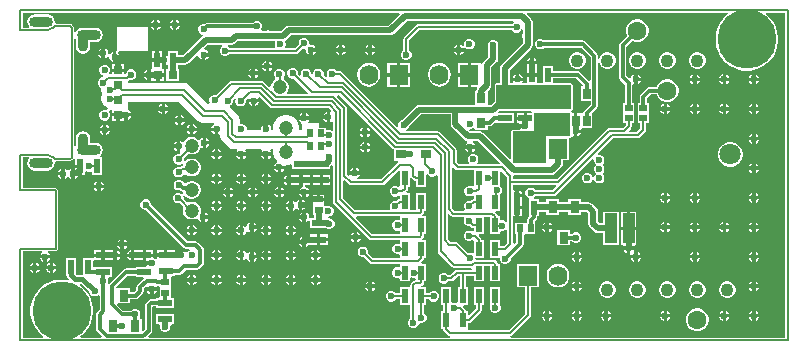
<source format=gbl>
G04*
G04 #@! TF.GenerationSoftware,Altium Limited,Altium Designer,21.9.2 (33)*
G04*
G04 Layer_Physical_Order=4*
G04 Layer_Color=255*
%FSLAX44Y44*%
%MOMM*%
G71*
G04*
G04 #@! TF.SameCoordinates,5C5C66F8-9FC8-4E62-95D0-8360453F7E55*
G04*
G04*
G04 #@! TF.FilePolarity,Positive*
G04*
G01*
G75*
%ADD10C,0.2000*%
%ADD13C,0.3000*%
%ADD16R,0.5000X0.6500*%
%ADD17R,0.6500X0.5000*%
%ADD19R,1.2000X0.5500*%
%ADD20R,0.7000X0.8000*%
%ADD22R,0.5500X1.2000*%
%ADD33R,0.8000X1.0000*%
%ADD38O,1.6000X1.7000*%
%ADD39R,1.6000X1.7000*%
%ADD40C,1.1000*%
%ADD41C,1.6000*%
%ADD42R,1.6000X1.6000*%
%ADD43R,1.8000X1.8000*%
%ADD44C,1.8000*%
%ADD45O,0.9000X1.8000*%
%ADD46O,2.0000X0.9000*%
%ADD47C,5.0000*%
%ADD48C,0.4000*%
%ADD50C,0.5000*%
%ADD52C,0.6000*%
%ADD53R,0.8000X0.7000*%
%ADD54R,0.8000X0.9000*%
%ADD55R,0.9000X0.8000*%
%ADD56C,1.2000*%
%ADD57R,0.6500X0.9500*%
%ADD58R,1.0000X2.5000*%
G36*
X321212Y276230D02*
X311561Y266578D01*
X227000D01*
X227000Y266578D01*
X225439Y266268D01*
X224116Y265384D01*
X224116Y265384D01*
X220811Y262078D01*
X211413D01*
X210395Y262500D01*
X208605D01*
X207587Y262078D01*
X204238D01*
X203712Y263348D01*
X203815Y263451D01*
X204500Y265105D01*
Y266895D01*
X203815Y268549D01*
X202549Y269815D01*
X200895Y270500D01*
X199105D01*
X197451Y269815D01*
X196695Y269059D01*
X158258D01*
X158257Y269059D01*
X157087Y268826D01*
X156095Y268163D01*
X155921Y267989D01*
X155895Y268000D01*
X154105D01*
X152451Y267315D01*
X151185Y266049D01*
X150500Y264395D01*
Y262605D01*
X151185Y260951D01*
X152451Y259685D01*
X154039Y259027D01*
X154169Y258711D01*
X154384Y257730D01*
X153866Y257384D01*
X153866Y257384D01*
X138061Y241578D01*
X133750D01*
Y245000D01*
X125250D01*
Y241523D01*
X124077Y241037D01*
X124049Y241065D01*
X123000Y241499D01*
Y237250D01*
Y233001D01*
X123902Y233374D01*
X125172Y232898D01*
Y230000D01*
X123250D01*
Y220000D01*
X134250D01*
Y230000D01*
X133750Y230000D01*
Y233422D01*
X139750D01*
X139750Y233422D01*
X141311Y233732D01*
X142634Y234616D01*
X149327Y241309D01*
X150549Y240736D01*
X151185Y239201D01*
X152451Y237935D01*
X153500Y237501D01*
Y241750D01*
X155000D01*
Y243250D01*
X159249D01*
X158815Y244299D01*
X157549Y245565D01*
X156014Y246201D01*
X155441Y247423D01*
X158439Y250422D01*
X171056D01*
X171308Y249152D01*
X170761Y248925D01*
X169495Y247659D01*
X168810Y246005D01*
Y244215D01*
X169495Y242561D01*
X170761Y241295D01*
X172415Y240610D01*
X174205D01*
X175859Y241295D01*
X177015Y242451D01*
X233500D01*
X234475Y242645D01*
X235302Y243198D01*
X239105Y247000D01*
X239105Y247000D01*
X240327D01*
X240924Y246947D01*
X241500Y245876D01*
Y245105D01*
X242185Y243451D01*
X243451Y242185D01*
X244500Y241751D01*
Y246000D01*
X246000D01*
Y247500D01*
X250249D01*
X249815Y248549D01*
X248549Y249815D01*
X246895Y250500D01*
X245673D01*
X245076Y250553D01*
X244500Y251624D01*
Y252395D01*
X243815Y254049D01*
X242549Y255315D01*
X240895Y256000D01*
X239105D01*
X237451Y255315D01*
X236185Y254049D01*
X235500Y252395D01*
Y250605D01*
X235500Y250605D01*
X232444Y247549D01*
X224822D01*
X224071Y248819D01*
X224500Y249855D01*
Y251645D01*
X223972Y252920D01*
X223962Y252997D01*
X224017Y253686D01*
X224431Y254479D01*
X225384Y255116D01*
X228689Y258422D01*
X313250D01*
X313250Y258422D01*
X314811Y258732D01*
X316134Y259616D01*
X326939Y270422D01*
X417408D01*
X417660Y269152D01*
X417451Y269065D01*
X416185Y267799D01*
X416185Y267799D01*
X336500D01*
X335525Y267605D01*
X334698Y267052D01*
X324948Y257302D01*
X324395Y256475D01*
X324201Y255500D01*
Y245565D01*
X324201Y245565D01*
X322935Y244299D01*
X322250Y242645D01*
Y240855D01*
X322935Y239201D01*
X324201Y237935D01*
X325855Y237250D01*
X327645D01*
X329299Y237935D01*
X330565Y239201D01*
X331250Y240855D01*
Y242645D01*
X330565Y244299D01*
X329299Y245565D01*
X329299Y245565D01*
Y254444D01*
X337556Y262701D01*
X416185D01*
X416185Y262701D01*
X417451Y261435D01*
X419105Y260750D01*
X420895D01*
X422549Y261435D01*
X423815Y262701D01*
X424152Y263514D01*
X425422Y263261D01*
Y260163D01*
X425000Y259145D01*
Y257355D01*
X425422Y256337D01*
Y251689D01*
X407116Y233384D01*
X406232Y232061D01*
X405922Y230500D01*
X405922Y230500D01*
Y217624D01*
X403000D01*
X401852Y217148D01*
X401376Y216000D01*
Y202394D01*
X398561Y199578D01*
X395500D01*
Y210982D01*
X397634Y213116D01*
X397634Y213116D01*
X398518Y214439D01*
X398828Y216000D01*
Y231311D01*
X403134Y235616D01*
X403134Y235616D01*
X404018Y236939D01*
X404328Y238500D01*
X404328Y238500D01*
Y248087D01*
X404750Y249105D01*
Y250895D01*
X404065Y252549D01*
X402799Y253815D01*
X401145Y254500D01*
X399355D01*
X397701Y253815D01*
X396435Y252549D01*
X395750Y250895D01*
Y249105D01*
X396172Y248087D01*
Y240189D01*
X391866Y235884D01*
X390982Y234561D01*
X390970Y234500D01*
X389700Y234625D01*
Y235000D01*
X381700D01*
Y225000D01*
Y215000D01*
X386301D01*
X386846Y213730D01*
X386232Y212811D01*
X385971Y211500D01*
X384500D01*
Y199578D01*
X337500D01*
X337500Y199578D01*
X335939Y199268D01*
X334616Y198384D01*
X322969Y186737D01*
X321951Y186315D01*
X320685Y185049D01*
X320000Y183395D01*
Y181651D01*
X319870Y181530D01*
X318891Y180964D01*
X272302Y227552D01*
X271476Y228105D01*
X270500Y228299D01*
X267565D01*
X267565Y228299D01*
X266299Y229565D01*
X264645Y230250D01*
X262855D01*
X261201Y229565D01*
X259935Y228299D01*
X259250Y226645D01*
Y224855D01*
X259748Y223653D01*
X258671Y222934D01*
X256750Y224855D01*
X256750Y224855D01*
Y226645D01*
X256065Y228299D01*
X254799Y229565D01*
X253145Y230250D01*
X251355D01*
X249701Y229565D01*
X248435Y228299D01*
X247750Y226645D01*
Y226333D01*
X246480Y225586D01*
X246284Y225695D01*
X246250Y225756D01*
Y226645D01*
X245565Y228299D01*
X244299Y229565D01*
X242645Y230250D01*
X240855D01*
X239201Y229565D01*
X237935Y228299D01*
X237250Y226645D01*
Y224901D01*
X237120Y224780D01*
X236141Y224214D01*
X235000Y225355D01*
X235000Y225355D01*
Y227145D01*
X234315Y228799D01*
X233049Y230065D01*
X231395Y230750D01*
X229605D01*
X227951Y230065D01*
X226685Y228799D01*
X226000Y227145D01*
Y225355D01*
X226685Y223701D01*
X227951Y222435D01*
X229605Y221750D01*
X231395D01*
X231395Y221750D01*
X243423Y209722D01*
X242937Y208549D01*
X225815D01*
X225329Y209722D01*
X225501Y209895D01*
X226489Y211605D01*
X227000Y213513D01*
Y215487D01*
X226489Y217395D01*
X225501Y219105D01*
X224105Y220501D01*
X223190Y221030D01*
X222962Y222598D01*
X223065Y222701D01*
X223750Y224355D01*
Y226145D01*
X223065Y227799D01*
X221799Y229065D01*
X220145Y229750D01*
X218355D01*
X216701Y229065D01*
X215435Y227799D01*
X214750Y226145D01*
Y224355D01*
X215435Y222701D01*
X215702Y222434D01*
X215493Y220847D01*
X214895Y220501D01*
X213498Y219105D01*
X212511Y217395D01*
X212000Y215487D01*
Y215243D01*
X210827Y214757D01*
X206532Y219052D01*
X205705Y219605D01*
X204729Y219799D01*
X178500D01*
X177525Y219605D01*
X176698Y219052D01*
X165395Y207750D01*
X165395Y207750D01*
X163605D01*
X161951Y207065D01*
X160685Y205799D01*
X160000Y204145D01*
Y202355D01*
X160297Y201638D01*
X159611Y200610D01*
X158284Y200525D01*
X142483Y216326D01*
X140498Y217652D01*
X138157Y218118D01*
X91000D01*
Y220032D01*
X91569Y220145D01*
X92389Y220693D01*
X92855Y220500D01*
X94645D01*
X96299Y221185D01*
X97565Y222451D01*
X98250Y224105D01*
Y225895D01*
X97565Y227549D01*
X96299Y228815D01*
X94645Y229500D01*
X92855D01*
X91201Y228815D01*
X89935Y227549D01*
X89250Y225895D01*
Y225250D01*
X87500D01*
Y227250D01*
X82500D01*
X77500D01*
Y225250D01*
X75773D01*
X75197Y226520D01*
X75750Y227855D01*
Y229645D01*
X75065Y231299D01*
X73799Y232565D01*
X72145Y233250D01*
X70355D01*
X68701Y232565D01*
X67435Y231299D01*
X66750Y229645D01*
Y227855D01*
X67435Y226201D01*
X68701Y224935D01*
X69741Y224504D01*
X70282Y223157D01*
X70272Y223014D01*
X70096Y222750D01*
X69355D01*
X67701Y222065D01*
X66435Y220799D01*
X65750Y219145D01*
Y217355D01*
X66435Y215701D01*
X67701Y214435D01*
X68468Y214117D01*
X68250Y213303D01*
Y211197D01*
X68795Y209162D01*
X69102Y208631D01*
X68644Y207839D01*
X68099Y205805D01*
Y203698D01*
X68644Y201664D01*
X69698Y199839D01*
X71187Y198350D01*
X73011Y197297D01*
X73955Y197044D01*
X73985Y195846D01*
X72730Y195008D01*
X72145Y195250D01*
X70355D01*
X68701Y194565D01*
X67435Y193299D01*
X66750Y191645D01*
Y189855D01*
X67435Y188201D01*
X68701Y186935D01*
X70355Y186250D01*
X72145D01*
X73799Y186935D01*
X75065Y188201D01*
X75750Y189855D01*
Y191645D01*
X75065Y193299D01*
X74884Y193480D01*
X75410Y194750D01*
X77500D01*
Y192750D01*
X82500D01*
Y191250D01*
X84000D01*
Y185750D01*
X87500D01*
Y186065D01*
X88000Y186399D01*
Y191250D01*
X89500D01*
Y192750D01*
X93749D01*
X93315Y193799D01*
X92049Y195065D01*
X91000Y195499D01*
Y201882D01*
X133966D01*
X149924Y185924D01*
X151909Y184598D01*
X154250Y184132D01*
X163966D01*
X164219Y182862D01*
X163451Y182544D01*
X162185Y181279D01*
X161751Y180230D01*
X166000D01*
Y178730D01*
X167500D01*
Y174480D01*
X168113Y174734D01*
X169382Y174089D01*
Y173093D01*
X169848Y170752D01*
X171174Y168767D01*
X176267Y163674D01*
X178252Y162348D01*
X180593Y161882D01*
X182992D01*
X183519Y160613D01*
X183185Y160279D01*
X182750Y159230D01*
X191249D01*
X190815Y160279D01*
X190481Y160613D01*
X191007Y161882D01*
X203993D01*
X204519Y160613D01*
X204185Y160279D01*
X203751Y159230D01*
X212250D01*
X211815Y160279D01*
X211481Y160613D01*
X212008Y161882D01*
X213667D01*
X214000Y161448D01*
Y158552D01*
X214750Y155754D01*
X216198Y153246D01*
X217440Y152004D01*
X217142Y150506D01*
X216681Y150315D01*
X215415Y149049D01*
X214981Y148000D01*
X223772D01*
X224440Y149000D01*
X226448D01*
X228730Y149611D01*
X230000Y148849D01*
Y145250D01*
X245000D01*
Y145422D01*
X247500D01*
Y145250D01*
X262500D01*
Y147482D01*
X263431Y148413D01*
X264701Y147887D01*
Y117500D01*
X264895Y116524D01*
X265448Y115698D01*
X295198Y85948D01*
X296025Y85395D01*
X297000Y85201D01*
X320063D01*
X321250Y85000D01*
X321250Y82916D01*
X320217Y82000D01*
X318605D01*
X316951Y81315D01*
X315685Y80049D01*
X315000Y78395D01*
Y76605D01*
X315685Y74951D01*
X316951Y73685D01*
X318605Y73000D01*
X320395D01*
X321250Y72429D01*
Y70049D01*
X298556D01*
X294500Y74105D01*
X294500Y74105D01*
Y75895D01*
X293815Y77549D01*
X292549Y78815D01*
X290895Y79500D01*
X289105D01*
X287451Y78815D01*
X286185Y77549D01*
X285500Y75895D01*
Y74105D01*
X286185Y72451D01*
X287451Y71185D01*
X289105Y70500D01*
X290895D01*
X290895Y70500D01*
X295698Y65698D01*
X296525Y65145D01*
X297500Y64951D01*
X321250D01*
Y62685D01*
X320194Y61980D01*
X320145Y62000D01*
X318355D01*
X316701Y61315D01*
X315435Y60049D01*
X314750Y58395D01*
Y56605D01*
X315435Y54951D01*
X316701Y53685D01*
X318355Y53000D01*
X320145D01*
X320194Y53020D01*
X321250Y52315D01*
Y50000D01*
X329750D01*
Y52977D01*
X331020Y53553D01*
X332355Y53000D01*
X334145D01*
X334194Y53020D01*
X335250Y52315D01*
Y50799D01*
X334000D01*
X333024Y50605D01*
X332198Y50052D01*
X330948Y48802D01*
X330395Y47976D01*
X330201Y47000D01*
Y46083D01*
X329750Y45000D01*
X328931Y45000D01*
X321250D01*
Y40049D01*
X317565D01*
X317565Y40049D01*
X316299Y41315D01*
X314645Y42000D01*
X312855D01*
X311201Y41315D01*
X309935Y40049D01*
X309250Y38395D01*
Y36605D01*
X309935Y34951D01*
X311201Y33685D01*
X312855Y33000D01*
X314645D01*
X316299Y33685D01*
X317565Y34951D01*
X317565Y34951D01*
X321250D01*
Y30000D01*
X329750Y30000D01*
X330201Y28917D01*
Y18815D01*
X330201Y18815D01*
X328935Y17549D01*
X328250Y15895D01*
Y14105D01*
X328935Y12451D01*
X330201Y11185D01*
X331855Y10500D01*
X333645D01*
X335299Y11185D01*
X336565Y12451D01*
X337250Y14105D01*
Y14168D01*
X338306Y14874D01*
X338605Y14750D01*
X340395D01*
X342049Y15435D01*
X343315Y16701D01*
X344000Y18355D01*
Y20145D01*
X343315Y21799D01*
X342049Y23065D01*
X342049Y23065D01*
Y30000D01*
X343750D01*
Y34951D01*
X345935D01*
X345935Y34951D01*
X347201Y33685D01*
X348855Y33000D01*
X350645D01*
X352299Y33685D01*
X353565Y34951D01*
X354250Y36605D01*
Y38395D01*
X353565Y40049D01*
X352299Y41315D01*
X350645Y42000D01*
X348855D01*
X347201Y41315D01*
X345935Y40049D01*
X345935Y40049D01*
X343750D01*
Y45000D01*
X339922D01*
X339537Y46270D01*
X339802Y46448D01*
X341302Y47948D01*
X341855Y48775D01*
X342049Y49750D01*
Y50000D01*
X343750D01*
Y65000D01*
X339901D01*
X339375Y66270D01*
X341302Y68198D01*
X341855Y69025D01*
X342049Y70000D01*
X343750D01*
Y85000D01*
X340581D01*
X340125Y86270D01*
X341302Y87448D01*
X341855Y88275D01*
X342049Y89250D01*
Y90000D01*
X343750D01*
Y105000D01*
X340831D01*
X340375Y106270D01*
X341302Y107198D01*
X341855Y108025D01*
X342049Y109000D01*
Y110000D01*
X343750D01*
Y125000D01*
X335250D01*
Y110299D01*
X329750D01*
Y125000D01*
X327264D01*
X326778Y126173D01*
X327302Y126698D01*
X327855Y127524D01*
X328049Y128500D01*
Y130000D01*
X329750D01*
Y137204D01*
X330712Y137600D01*
X331020Y137625D01*
X332948Y135698D01*
X333775Y135145D01*
X334750Y134951D01*
X335250D01*
Y130000D01*
X343750D01*
Y140243D01*
X344617Y140578D01*
X345020Y140616D01*
X346201Y139435D01*
X347855Y138750D01*
X349645D01*
X351299Y139435D01*
X351931Y140067D01*
X353201Y139541D01*
Y76000D01*
X353395Y75024D01*
X353948Y74198D01*
X365664Y62481D01*
X366492Y61928D01*
X367467Y61734D01*
X381801D01*
X382729Y60560D01*
X382546Y60049D01*
X369500D01*
X368525Y59855D01*
X367698Y59302D01*
X363544Y55149D01*
X362234Y55130D01*
X361049Y56315D01*
X359395Y57000D01*
X357605D01*
X355951Y56315D01*
X354685Y55049D01*
X354000Y53395D01*
Y51605D01*
X354685Y49951D01*
X355951Y48685D01*
X357605Y48000D01*
X359395D01*
X361049Y48685D01*
X362315Y49951D01*
X362315Y49951D01*
X364500D01*
X365476Y50145D01*
X366302Y50698D01*
X370556Y54951D01*
X371951D01*
Y45000D01*
X370250D01*
Y32606D01*
X368980Y31758D01*
X368395Y32000D01*
X366605D01*
X366020Y31758D01*
X364750Y32606D01*
Y45000D01*
X356250D01*
Y30000D01*
X357951D01*
Y25000D01*
X356250D01*
Y10000D01*
X357951D01*
Y9500D01*
X358145Y8525D01*
X358698Y7698D01*
X361948Y4448D01*
X362775Y3895D01*
X363403Y3770D01*
X363278Y2500D01*
X108735D01*
X108249Y3673D01*
X110663Y6087D01*
X110663Y6087D01*
X111326Y7079D01*
X111559Y8250D01*
Y28483D01*
X112017Y28941D01*
X115000D01*
Y27750D01*
X130000D01*
Y36250D01*
X128417D01*
X127250Y36500D01*
Y44230D01*
X127250Y44500D01*
Y45500D01*
X127250Y45770D01*
Y53500D01*
X128209Y54250D01*
X130500D01*
Y55441D01*
X134250D01*
X134250Y55441D01*
X135421Y55674D01*
X136413Y56337D01*
X140017Y59941D01*
X149500D01*
X149500Y59941D01*
X150670Y60174D01*
X151663Y60837D01*
X154413Y63587D01*
X154413Y63587D01*
X155076Y64579D01*
X155309Y65750D01*
X155309Y65750D01*
Y76750D01*
X155076Y77921D01*
X154413Y78913D01*
X154413Y78913D01*
X150413Y82913D01*
X149420Y83576D01*
X148250Y83809D01*
X148250Y83809D01*
X141517D01*
X110500Y114826D01*
Y115895D01*
X109815Y117549D01*
X108549Y118815D01*
X106895Y119500D01*
X105105D01*
X103451Y118815D01*
X102185Y117549D01*
X101500Y115895D01*
Y114105D01*
X102185Y112451D01*
X103451Y111185D01*
X105105Y110500D01*
X106174D01*
X138087Y78587D01*
X139080Y77924D01*
X140250Y77691D01*
X140250Y77691D01*
X143010D01*
X143263Y76421D01*
X142451Y76085D01*
X141185Y74819D01*
X141131Y74689D01*
X140311Y74602D01*
X139733Y74631D01*
X138549Y75815D01*
X137500Y76249D01*
Y72000D01*
X134500D01*
Y76249D01*
X133451Y75815D01*
X132185Y74549D01*
X131770Y73547D01*
X130500Y73800D01*
Y76750D01*
X124500D01*
Y72500D01*
X123000D01*
Y71000D01*
X115500D01*
Y69390D01*
X114230Y68864D01*
X113779Y69315D01*
X112500Y69845D01*
Y70500D01*
X106500D01*
Y67223D01*
X106649Y67000D01*
X111230D01*
Y64000D01*
X106980D01*
X107179Y63520D01*
X106456Y62250D01*
X97500D01*
Y61059D01*
X89500D01*
X88329Y60826D01*
X87337Y60163D01*
X75337Y48163D01*
X75180Y47927D01*
X74054Y48529D01*
X74500Y49605D01*
Y51395D01*
X74051Y52480D01*
X74773Y53750D01*
X77500D01*
Y62250D01*
X62500D01*
Y62250D01*
X61250Y62298D01*
Y67702D01*
X62500Y67750D01*
X62520Y67750D01*
X68500D01*
Y70500D01*
X62500D01*
Y70048D01*
X61250Y70000D01*
X61230Y70000D01*
X52750D01*
Y55774D01*
X52500Y55569D01*
X47978D01*
X47250Y56297D01*
Y70000D01*
X38750D01*
Y55000D01*
X39531D01*
X39703Y54134D01*
X40477Y52977D01*
X41342Y52112D01*
X40735Y50922D01*
X37086Y51500D01*
X32914D01*
X28795Y50848D01*
X24827Y49559D01*
X21111Y47665D01*
X17736Y45213D01*
X14787Y42264D01*
X12335Y38889D01*
X10441Y35173D01*
X9153Y31205D01*
X8500Y27086D01*
Y22914D01*
X9153Y18795D01*
X10441Y14828D01*
X12335Y11111D01*
X14787Y7736D01*
X17736Y4787D01*
X19222Y3708D01*
X18829Y2500D01*
X2500D01*
Y76126D01*
X18298D01*
X18551Y74856D01*
X18451Y74815D01*
X17185Y73549D01*
X16751Y72500D01*
X25249D01*
X24815Y73549D01*
X23549Y74815D01*
X23449Y74856D01*
X23702Y76126D01*
X30000D01*
X31148Y76602D01*
X31624Y77750D01*
Y127250D01*
X31148Y128398D01*
X30000Y128874D01*
X2500D01*
Y155376D01*
X7135D01*
X7528Y154106D01*
X6348Y152341D01*
X5882Y150000D01*
X6348Y147659D01*
X7674Y145674D01*
X9659Y144348D01*
X12000Y143883D01*
X23000D01*
X25341Y144348D01*
X27326Y145674D01*
X28652Y147659D01*
X29118Y150000D01*
X28992Y150630D01*
X30039Y151876D01*
X41597D01*
X41895Y152000D01*
X42218D01*
X43321Y152457D01*
X43549Y152685D01*
X43847Y152809D01*
X44691Y153653D01*
X44815Y153951D01*
X44980Y154116D01*
X45298Y154094D01*
X46250Y153774D01*
Y149000D01*
X50500D01*
Y147500D01*
X52000D01*
Y140000D01*
X54750D01*
Y142977D01*
X56020Y143553D01*
X57355Y143000D01*
X59145D01*
X59194Y143020D01*
X60250Y142315D01*
Y140000D01*
X68750D01*
Y155000D01*
X67332D01*
X66947Y156270D01*
X67926Y156924D01*
X69252Y158909D01*
X69718Y161250D01*
X69252Y163591D01*
X67926Y165576D01*
X65941Y166902D01*
X63600Y167368D01*
X59218D01*
Y171250D01*
X58752Y173591D01*
X57426Y175576D01*
X55441Y176902D01*
X53100Y177367D01*
X50759Y176902D01*
X48774Y175576D01*
X47448Y173591D01*
X46982Y171250D01*
Y164584D01*
X46894Y164497D01*
X45624Y165029D01*
Y254966D01*
X46894Y255499D01*
X46982Y255412D01*
Y248750D01*
X47448Y246409D01*
X48774Y244424D01*
X50759Y243098D01*
X53100Y242632D01*
X55441Y243098D01*
X57426Y244424D01*
X58752Y246409D01*
X59217Y248750D01*
Y252632D01*
X63599D01*
X65940Y253097D01*
X67925Y254423D01*
X69251Y256408D01*
X69717Y258749D01*
X69251Y261090D01*
X67925Y263075D01*
X65940Y264401D01*
X63599Y264867D01*
X52599D01*
X50258Y264401D01*
X48274Y263075D01*
X46947Y261090D01*
X46894Y260819D01*
X45624Y260944D01*
Y264097D01*
X45500Y264395D01*
Y264718D01*
X45043Y265821D01*
X44815Y266049D01*
X44691Y266347D01*
X43847Y267191D01*
X43549Y267315D01*
X43321Y267543D01*
X42218Y268000D01*
X41895D01*
X41597Y268124D01*
X30039D01*
X28992Y269370D01*
X29118Y270000D01*
X28652Y272341D01*
X27326Y274326D01*
X25341Y275652D01*
X23000Y276118D01*
X12000D01*
X9659Y275652D01*
X7674Y274326D01*
X6348Y272341D01*
X5882Y270000D01*
X6348Y267659D01*
X7528Y265894D01*
X7135Y264624D01*
X2500D01*
Y277500D01*
X320686D01*
X321212Y276230D01*
D02*
G37*
G36*
X215917Y252652D02*
X215500Y251645D01*
Y249855D01*
X215929Y248819D01*
X215178Y247549D01*
X177171D01*
X177125Y247659D01*
X175859Y248925D01*
X175312Y249152D01*
X175564Y250422D01*
X178990D01*
X178990Y250422D01*
X180550Y250732D01*
X181873Y251616D01*
X184179Y253922D01*
X207587D01*
X208605Y253500D01*
X210395D01*
X211413Y253922D01*
X215148D01*
X215917Y252652D01*
D02*
G37*
G36*
X647500Y2500D02*
X414972D01*
X414847Y3770D01*
X415476Y3895D01*
X416302Y4448D01*
X431602Y19748D01*
X432155Y20575D01*
X432349Y21550D01*
Y45000D01*
X439300D01*
Y65000D01*
X420300D01*
Y45000D01*
X427251D01*
Y22606D01*
X413444Y8799D01*
X378917D01*
X378750Y10000D01*
X378750D01*
Y14951D01*
X379750D01*
X380726Y15145D01*
X381552Y15698D01*
X389802Y23948D01*
X390355Y24774D01*
X390549Y25750D01*
Y30000D01*
X392250D01*
Y45000D01*
X383750D01*
Y30000D01*
X385451D01*
Y26806D01*
X379923Y21278D01*
X378750Y21764D01*
Y25000D01*
X377049D01*
Y25250D01*
X376855Y26225D01*
X376302Y27052D01*
X374625Y28730D01*
X375151Y30000D01*
X378750D01*
Y45000D01*
X377049D01*
Y54951D01*
X383750D01*
Y50000D01*
X392250D01*
Y63451D01*
X397750D01*
Y50000D01*
X406250D01*
Y65000D01*
X404450D01*
X404355Y65475D01*
X403802Y66302D01*
X402302Y67802D01*
X401475Y68355D01*
X400500Y68549D01*
X386091D01*
X385118Y69819D01*
X385167Y70000D01*
X392250D01*
Y85000D01*
X390549D01*
Y85250D01*
X390355Y86226D01*
X389802Y87052D01*
X388028Y88827D01*
X388514Y90000D01*
X392250D01*
Y104951D01*
X397750D01*
Y90000D01*
X406250D01*
Y92179D01*
X407105Y92750D01*
X408895D01*
X410549Y93435D01*
X410931Y93817D01*
X412201Y93291D01*
Y82806D01*
X409444Y80049D01*
X406250D01*
Y85000D01*
X397750D01*
Y70000D01*
X406000Y70000D01*
X406000Y69582D01*
Y68355D01*
X406685Y66701D01*
X407951Y65435D01*
X409605Y64750D01*
X411395D01*
X413049Y65435D01*
X414315Y66701D01*
X415000Y68355D01*
Y69424D01*
X425163Y79587D01*
X425163Y79587D01*
X425826Y80580D01*
X426059Y81750D01*
Y89352D01*
X426957Y90250D01*
X428000D01*
X428270Y90250D01*
X436000D01*
Y99750D01*
X436000D01*
X435596Y101020D01*
X436663Y102087D01*
X436663Y102087D01*
X437326Y103079D01*
X437559Y104250D01*
Y105000D01*
X438750D01*
Y108922D01*
X445000D01*
Y106500D01*
X456000D01*
Y108922D01*
X464000D01*
Y106500D01*
X475000D01*
Y108922D01*
X479311D01*
X480922Y107311D01*
Y98750D01*
X480922Y98750D01*
X481232Y97189D01*
X482116Y95866D01*
X485866Y92116D01*
X485866Y92116D01*
X487189Y91232D01*
X488750Y90922D01*
X488750Y90922D01*
X493500D01*
Y81000D01*
X506500D01*
Y109000D01*
X493500D01*
Y99078D01*
X490439D01*
X489078Y100439D01*
Y109000D01*
X488768Y110561D01*
X487884Y111884D01*
X487884Y111884D01*
X483884Y115884D01*
X482561Y116768D01*
X481000Y117078D01*
X481000Y117078D01*
X475000D01*
Y119500D01*
X464000D01*
Y117078D01*
X456000D01*
Y119500D01*
X445000D01*
Y117078D01*
X438750D01*
Y120000D01*
X435007D01*
X434672Y120866D01*
X434634Y121270D01*
X435815Y122451D01*
X435815Y122451D01*
X452000D01*
X452976Y122645D01*
X453802Y123198D01*
X484327Y153722D01*
X484639Y153635D01*
X485500Y153099D01*
Y151605D01*
X486185Y149951D01*
X487386Y148750D01*
X486185Y147549D01*
X485500Y145895D01*
Y144105D01*
X486185Y142451D01*
X487386Y141250D01*
X486185Y140049D01*
X485673Y138813D01*
X484327D01*
X483815Y140049D01*
X482549Y141315D01*
X480895Y142000D01*
X479105D01*
X477451Y141315D01*
X476185Y140049D01*
X475500Y138395D01*
Y136605D01*
X476185Y134951D01*
X477451Y133685D01*
X479105Y133000D01*
X480895D01*
X482549Y133685D01*
X483815Y134951D01*
X484327Y136187D01*
X485673D01*
X486185Y134951D01*
X487451Y133685D01*
X489105Y133000D01*
X490895D01*
X492549Y133685D01*
X493815Y134951D01*
X494500Y136605D01*
Y138395D01*
X493815Y140049D01*
X492614Y141250D01*
X493815Y142451D01*
X494500Y144105D01*
Y145895D01*
X493815Y147549D01*
X492614Y148750D01*
X493815Y149951D01*
X494500Y151605D01*
Y153395D01*
X493815Y155049D01*
X492549Y156315D01*
X490895Y157000D01*
X489401D01*
X488865Y157861D01*
X488778Y158173D01*
X501806Y171201D01*
X522750D01*
X523725Y171395D01*
X524552Y171948D01*
X529302Y176698D01*
X529855Y177525D01*
X530049Y178500D01*
Y184000D01*
X532250D01*
Y191730D01*
X532250Y192000D01*
Y193000D01*
X532250Y193270D01*
Y201000D01*
X530559D01*
Y205233D01*
X533867Y208541D01*
X538685D01*
X538847Y207933D01*
X540098Y205767D01*
X541867Y203998D01*
X544033Y202747D01*
X546449Y202100D01*
X548951D01*
X551367Y202747D01*
X553533Y203998D01*
X555302Y205767D01*
X556553Y207933D01*
X557200Y210349D01*
Y212851D01*
X556553Y215267D01*
X555302Y217433D01*
X553533Y219202D01*
X551367Y220453D01*
X548951Y221100D01*
X546449D01*
X544033Y220453D01*
X541867Y219202D01*
X540098Y217433D01*
X538847Y215267D01*
X538685Y214659D01*
X532600D01*
X531429Y214426D01*
X530437Y213763D01*
X525337Y208663D01*
X524674Y207670D01*
X524441Y206500D01*
X524441Y206500D01*
Y201000D01*
X522750D01*
Y193270D01*
X522750Y193000D01*
Y192000D01*
X522750Y191730D01*
Y184000D01*
X524951D01*
Y179556D01*
X521694Y176299D01*
X515313D01*
X514827Y177472D01*
X516802Y179448D01*
X517355Y180275D01*
X517549Y181250D01*
Y184000D01*
X519750D01*
Y191730D01*
X519750Y192000D01*
Y193000D01*
X519750Y193270D01*
Y201000D01*
X518059D01*
Y215973D01*
X519329Y216821D01*
X519500Y216751D01*
Y221000D01*
Y225249D01*
X518451Y224815D01*
X517185Y223549D01*
X516713Y222409D01*
X515327Y221999D01*
X513059Y224267D01*
Y248833D01*
X518088Y253862D01*
X518633Y253547D01*
X521049Y252900D01*
X523551D01*
X525967Y253547D01*
X528133Y254798D01*
X529902Y256567D01*
X531153Y258733D01*
X531800Y261149D01*
Y263651D01*
X531153Y266067D01*
X529902Y268233D01*
X528133Y270002D01*
X525967Y271253D01*
X523551Y271900D01*
X521049D01*
X518633Y271253D01*
X516467Y270002D01*
X514698Y268233D01*
X513447Y266067D01*
X512800Y263651D01*
Y261149D01*
X513447Y258733D01*
X513762Y258188D01*
X507837Y252263D01*
X507174Y251271D01*
X506941Y250100D01*
X506941Y250100D01*
Y223000D01*
X506941Y223000D01*
X507174Y221829D01*
X507837Y220837D01*
X511941Y216733D01*
Y201000D01*
X510250D01*
Y193270D01*
X510250Y193000D01*
Y192000D01*
X510250Y191730D01*
Y184000D01*
X512451D01*
Y182306D01*
X510194Y180049D01*
X498250D01*
X497275Y179855D01*
X496448Y179302D01*
X453944Y136799D01*
X417299D01*
Y138967D01*
X417453Y139378D01*
X418410Y140172D01*
X449750D01*
X449750Y140172D01*
X451311Y140482D01*
X452634Y141366D01*
X458084Y146816D01*
X458084Y146816D01*
X458968Y148139D01*
X459278Y149700D01*
X459278Y149700D01*
Y152500D01*
X464700D01*
Y171376D01*
X465000D01*
X466148Y171852D01*
X466388Y172432D01*
X466638Y172604D01*
X467700Y172986D01*
X467887Y172984D01*
X468500Y172730D01*
Y176980D01*
X470000D01*
Y178480D01*
X474249D01*
X474249Y178480D01*
X475098Y179750D01*
X484250D01*
Y192250D01*
X484250Y192250D01*
X484250D01*
X484685Y193360D01*
X487913Y196587D01*
X487913Y196587D01*
X488576Y197579D01*
X488809Y198750D01*
X488809Y198750D01*
Y235244D01*
X490079Y235411D01*
X490377Y234298D01*
X491299Y232702D01*
X492602Y231399D01*
X494198Y230477D01*
X495978Y230000D01*
X497822D01*
X499602Y230477D01*
X501198Y231399D01*
X502501Y232702D01*
X503423Y234298D01*
X503900Y236078D01*
Y237922D01*
X503423Y239702D01*
X502501Y241298D01*
X501198Y242601D01*
X499602Y243523D01*
X497822Y244000D01*
X495978D01*
X494198Y243523D01*
X492602Y242601D01*
X491299Y241298D01*
X490377Y239702D01*
X490079Y238589D01*
X488809Y238756D01*
Y241250D01*
X488576Y242421D01*
X487913Y243413D01*
X487913Y243413D01*
X478163Y253163D01*
X477170Y253826D01*
X476000Y254059D01*
X476000Y254059D01*
X443305D01*
X442549Y254815D01*
X440895Y255500D01*
X439105D01*
X437451Y254815D01*
X436185Y253549D01*
X435500Y251895D01*
Y250105D01*
X436185Y248451D01*
X437451Y247185D01*
X439105Y246500D01*
X440895D01*
X442549Y247185D01*
X443305Y247941D01*
X474733D01*
X482691Y239983D01*
Y220387D01*
X482368Y220159D01*
X481421Y219904D01*
X474163Y227163D01*
X473171Y227826D01*
X472000Y228059D01*
X472000Y228059D01*
X451250D01*
Y232500D01*
X442750D01*
Y217624D01*
X437250D01*
Y223500D01*
X433000D01*
X428750D01*
Y217624D01*
X425647D01*
X424998Y218894D01*
X425249Y219500D01*
X416751D01*
X417002Y218894D01*
X416353Y217624D01*
X414078D01*
Y228811D01*
X432384Y247116D01*
X432384Y247116D01*
X433268Y248439D01*
X433578Y250000D01*
X433578Y250000D01*
Y256337D01*
X434000Y257355D01*
Y259145D01*
X433578Y260163D01*
Y269500D01*
X433268Y271061D01*
X432384Y272384D01*
X432384Y272384D01*
X428538Y276230D01*
X429064Y277500D01*
X598829D01*
X599222Y276292D01*
X597736Y275213D01*
X594787Y272264D01*
X592335Y268889D01*
X590442Y265173D01*
X589152Y261205D01*
X588500Y257086D01*
Y252914D01*
X589152Y248795D01*
X590442Y244827D01*
X592335Y241111D01*
X594787Y237736D01*
X597736Y234787D01*
X601111Y232335D01*
X604827Y230441D01*
X608795Y229153D01*
X612914Y228500D01*
X617086D01*
X621205Y229153D01*
X625173Y230441D01*
X628889Y232335D01*
X632264Y234787D01*
X635213Y237736D01*
X637665Y241111D01*
X639558Y244827D01*
X640847Y248795D01*
X641500Y252914D01*
Y257086D01*
X640847Y261205D01*
X639558Y265173D01*
X637665Y268889D01*
X635213Y272264D01*
X632264Y275213D01*
X630778Y276292D01*
X631171Y277500D01*
X647500D01*
Y2500D01*
D02*
G37*
G36*
X211277Y197198D02*
X212104Y196645D01*
X213080Y196451D01*
X261045D01*
X263311Y194184D01*
X262592Y193108D01*
X262250Y193249D01*
Y189000D01*
Y184751D01*
X263299Y185185D01*
X263431Y185317D01*
X264701Y184791D01*
Y178322D01*
X263431Y177717D01*
X262145Y178250D01*
X260355D01*
X259770Y178008D01*
X258500Y178856D01*
Y180250D01*
X253000D01*
Y183750D01*
X243587D01*
X243114Y185020D01*
X244044Y185951D01*
X244479Y187000D01*
X235980D01*
X236415Y185951D01*
X237537Y184828D01*
X237836Y184133D01*
X238000Y183547D01*
X238000Y183178D01*
Y178118D01*
X236333D01*
X236000Y178552D01*
Y181448D01*
X235250Y184246D01*
X233802Y186754D01*
X231754Y188802D01*
X229246Y190250D01*
X226448Y191000D01*
X223552D01*
X220754Y190250D01*
X218246Y188802D01*
X216198Y186754D01*
X214750Y184246D01*
X214000Y181448D01*
Y179437D01*
X212841Y178285D01*
X212500Y178297D01*
Y179625D01*
X211815Y181279D01*
X210549Y182544D01*
X209500Y182979D01*
Y178730D01*
X206500D01*
Y182979D01*
X205451Y182544D01*
X204185Y181279D01*
X203500Y179625D01*
Y178118D01*
X191500D01*
Y179625D01*
X190815Y181279D01*
X189549Y182544D01*
X187895Y183230D01*
X186105D01*
X185618Y183555D01*
Y187000D01*
X185152Y189341D01*
X183826Y191326D01*
X177385Y197767D01*
X177632Y199013D01*
X178049Y199185D01*
X179315Y200451D01*
X180000Y202105D01*
Y203895D01*
X180000Y203895D01*
X181245Y205140D01*
X182321Y204420D01*
X182000Y203645D01*
Y201855D01*
X182685Y200201D01*
X183951Y198935D01*
X185605Y198250D01*
X187395D01*
X189049Y198935D01*
X190315Y200201D01*
X191000Y201855D01*
Y203645D01*
X191000Y203645D01*
X191891Y204536D01*
X191953Y204500D01*
X201749D01*
X201446Y205233D01*
X202522Y205953D01*
X211277Y197198D01*
D02*
G37*
G36*
X466000Y196000D02*
X403000D01*
Y197000D01*
Y216000D01*
X466000D01*
Y196000D01*
D02*
G37*
G36*
X476154Y216520D02*
X475748Y215250D01*
X474750D01*
Y202750D01*
X482691D01*
Y200017D01*
X477337Y194663D01*
X476674Y193671D01*
X476441Y192500D01*
X475197Y192250D01*
X471500D01*
Y186000D01*
X468500D01*
Y192250D01*
X466624D01*
Y193000D01*
X466148Y194148D01*
X467117Y194839D01*
X467148Y194852D01*
X467624Y196000D01*
Y216000D01*
X467148Y217148D01*
X466000Y217624D01*
X451250D01*
Y221941D01*
X470733D01*
X476154Y216520D01*
D02*
G37*
G36*
X433050Y193305D02*
X432590Y192250D01*
X429000D01*
Y188000D01*
X427500D01*
Y186500D01*
X420000D01*
Y183750D01*
X422315D01*
X422649Y183250D01*
X427500D01*
Y180250D01*
X423251D01*
X423398Y179894D01*
X422603Y178624D01*
X417000D01*
X415852Y178148D01*
X415376Y177000D01*
Y154051D01*
X414203Y153565D01*
X391884Y175884D01*
X390561Y176768D01*
X389000Y177078D01*
X389000Y177078D01*
X380715D01*
X380162Y177793D01*
X380740Y179000D01*
X381645D01*
X383299Y179685D01*
X383327Y179713D01*
X384500Y179227D01*
Y178500D01*
X395500D01*
Y181441D01*
X397500D01*
X397500Y181441D01*
X398671Y181674D01*
X399663Y182337D01*
X401230Y183904D01*
X402500Y183750D01*
Y183750D01*
X417500D01*
Y192250D01*
X404564D01*
X404038Y193520D01*
X404894Y194376D01*
X432342D01*
X433050Y193305D01*
D02*
G37*
G36*
X465000Y173000D02*
X445000D01*
Y150000D01*
X417768D01*
X417000Y150768D01*
Y177000D01*
X435000D01*
Y183750D01*
Y192250D01*
Y193000D01*
X465000D01*
Y173000D01*
D02*
G37*
G36*
X364172Y183500D02*
X364172Y183500D01*
X364482Y181939D01*
X365366Y180616D01*
X375866Y170116D01*
X375866Y170116D01*
X377189Y169232D01*
X378363Y168999D01*
X378493Y167678D01*
X378221Y167565D01*
X376955Y166299D01*
X376521Y165250D01*
X385020D01*
X384585Y166299D01*
X383319Y167565D01*
X383111Y167652D01*
X383363Y168922D01*
X387311D01*
X406010Y150222D01*
X405524Y149049D01*
X387209D01*
X386683Y150319D01*
X387065Y150701D01*
X387750Y152355D01*
Y154145D01*
X387065Y155799D01*
X385799Y157065D01*
X384145Y157750D01*
X382355D01*
X380701Y157065D01*
X379435Y155799D01*
X378750Y154145D01*
Y152355D01*
X379435Y150701D01*
X379817Y150319D01*
X379291Y149049D01*
X371556D01*
X369249Y151356D01*
Y161450D01*
X369055Y162425D01*
X368502Y163252D01*
X355452Y176302D01*
X354625Y176855D01*
X353649Y177049D01*
X326418D01*
X326165Y178319D01*
X327049Y178685D01*
X328315Y179951D01*
X328736Y180969D01*
X339189Y191422D01*
X364172D01*
Y183500D01*
D02*
G37*
G36*
X310548Y167198D02*
X310700Y167096D01*
X315598Y162198D01*
X316000Y161929D01*
Y152000D01*
X319626D01*
X319794Y151519D01*
X319838Y150730D01*
X319198Y150302D01*
X305444Y136549D01*
X284918D01*
X284665Y137819D01*
X285549Y138185D01*
X286815Y139451D01*
X287249Y140500D01*
X278751D01*
X278821Y140330D01*
X277744Y139610D01*
X276799Y140556D01*
Y196750D01*
X276605Y197725D01*
X276052Y198552D01*
X268077Y206528D01*
X268563Y207701D01*
X270045D01*
X310548Y167198D01*
D02*
G37*
G36*
X321250Y143349D02*
Y130410D01*
X320062Y129802D01*
X319799Y130065D01*
X318145Y130750D01*
X316355D01*
X314701Y130065D01*
X313435Y128799D01*
X312750Y127145D01*
Y125355D01*
X313435Y123701D01*
X314701Y122435D01*
X316355Y121750D01*
X318145D01*
X319799Y122435D01*
X319980Y122616D01*
X321250Y122090D01*
Y120049D01*
X321000D01*
X320025Y119855D01*
X319198Y119302D01*
X318145Y118250D01*
X318145Y118250D01*
X316355D01*
X314701Y117565D01*
X313435Y116299D01*
X312750Y114645D01*
Y112855D01*
X313283Y111569D01*
X312678Y110299D01*
X283556D01*
X273299Y120556D01*
Y135187D01*
X274472Y135673D01*
X277948Y132198D01*
X278775Y131645D01*
X279750Y131451D01*
X306500D01*
X307475Y131645D01*
X308302Y132198D01*
X319980Y143875D01*
X321250Y143349D01*
D02*
G37*
G36*
X368698Y144698D02*
X369525Y144145D01*
X370500Y143951D01*
X383750D01*
Y131160D01*
X383436Y130881D01*
X382480Y130447D01*
X381145Y131000D01*
X379355D01*
X377701Y130315D01*
X376435Y129049D01*
X375750Y127395D01*
Y125605D01*
X376435Y123951D01*
X377701Y122685D01*
X379355Y122000D01*
X381145D01*
X382480Y122553D01*
X383750Y121977D01*
Y120049D01*
X382775Y119855D01*
X381948Y119302D01*
X380895Y118250D01*
X380895Y118250D01*
X379105D01*
X377451Y117565D01*
X376185Y116299D01*
X375500Y114645D01*
Y112855D01*
X376136Y111319D01*
X375678Y110049D01*
X367556D01*
X365299Y112306D01*
Y146437D01*
X366472Y146923D01*
X368698Y144698D01*
D02*
G37*
G36*
X453826Y130431D02*
X450944Y127549D01*
X435815D01*
X435815Y127549D01*
X434549Y128815D01*
X432895Y129500D01*
X431105D01*
X429451Y128815D01*
X428185Y127549D01*
X427500Y125895D01*
Y124105D01*
X428185Y122451D01*
X429451Y121185D01*
X429748Y121062D01*
X430250Y120000D01*
X430250Y119480D01*
Y105000D01*
X430250Y105000D01*
X429831Y103904D01*
X429174Y102921D01*
X428941Y101750D01*
X428941Y101750D01*
Y100648D01*
X428043Y99750D01*
X427000D01*
X426730Y99750D01*
X419000D01*
Y90250D01*
X419941D01*
Y83017D01*
X418525Y81601D01*
X418405Y81615D01*
X417299Y82171D01*
Y105000D01*
X419000D01*
Y112500D01*
X420500D01*
Y114000D01*
X424750D01*
Y120000D01*
X424750Y120000D01*
X424750D01*
X424749Y121270D01*
X424749Y121270D01*
X420500D01*
Y122770D01*
X419000D01*
Y127020D01*
X418569Y126841D01*
X417299Y127593D01*
Y131701D01*
X453300D01*
X453826Y130431D01*
D02*
G37*
G36*
X321250Y105000D02*
Y102685D01*
X320194Y101980D01*
X320145Y102000D01*
X318355D01*
X316701Y101315D01*
X315435Y100049D01*
X314750Y98395D01*
Y96605D01*
X315435Y94951D01*
X316701Y93685D01*
X318355Y93000D01*
X320145D01*
X320194Y93020D01*
X321250Y92315D01*
Y90299D01*
X298056D01*
X284327Y104028D01*
X284813Y105201D01*
X320063D01*
X321250Y105000D01*
D02*
G37*
G36*
X412201Y138194D02*
Y134250D01*
Y101209D01*
X410931Y100683D01*
X410549Y101065D01*
X408895Y101750D01*
X407105D01*
X406250Y102321D01*
Y105000D01*
X404549D01*
X404355Y105976D01*
X403802Y106802D01*
X401875Y108730D01*
X402401Y110000D01*
X406250D01*
Y123636D01*
X407065Y124451D01*
X407750Y126105D01*
Y127895D01*
X407065Y129549D01*
X406250Y130364D01*
Y142349D01*
X407520Y142875D01*
X412201Y138194D01*
D02*
G37*
G36*
X364698Y105698D02*
X365525Y105145D01*
X366500Y104951D01*
X375428D01*
X375886Y103681D01*
X375250Y102145D01*
Y100355D01*
X375935Y98701D01*
X377201Y97435D01*
X378855Y96750D01*
X380645D01*
X380645Y96750D01*
X381698Y95698D01*
X382525Y95145D01*
X383500Y94951D01*
X383750D01*
Y92773D01*
X382577Y92287D01*
X382549Y92315D01*
X380895Y93000D01*
X379105D01*
X377451Y92315D01*
X376185Y91049D01*
X375500Y89395D01*
Y87605D01*
X376185Y85951D01*
X377451Y84685D01*
X379105Y84000D01*
X380895D01*
X382549Y84685D01*
X383750Y84090D01*
Y74276D01*
X382480Y73717D01*
X381115Y74283D01*
X379324D01*
X379146Y74209D01*
X370802Y82552D01*
X369975Y83105D01*
X369000Y83299D01*
X364306D01*
X361799Y85806D01*
Y106937D01*
X362972Y107423D01*
X364698Y105698D01*
D02*
G37*
G36*
X117750Y45543D02*
Y44500D01*
X117750Y44230D01*
Y36500D01*
X116584Y36250D01*
X115000D01*
Y35059D01*
X110750D01*
X109579Y34826D01*
X108587Y34163D01*
X108587Y34163D01*
X106337Y31913D01*
X105674Y30921D01*
X105441Y29750D01*
X105441Y29750D01*
Y9517D01*
X103673Y7749D01*
X102500Y8235D01*
Y18500D01*
X101410D01*
X100815Y19701D01*
X101500Y21355D01*
Y23145D01*
X100815Y24799D01*
X99549Y26065D01*
X97895Y26750D01*
X96105D01*
X94451Y26065D01*
X93695Y25309D01*
X87017D01*
X82096Y30230D01*
X82622Y31500D01*
X93000D01*
Y34941D01*
X97750D01*
X97750Y34941D01*
X98920Y35174D01*
X99913Y35837D01*
X103413Y39337D01*
X103413Y39337D01*
X104076Y40329D01*
X104309Y41500D01*
X104309Y41500D01*
Y43733D01*
X105627Y45051D01*
X105712Y45000D01*
X115479D01*
X115366Y45272D01*
X115694Y45877D01*
X115780Y45963D01*
X117329Y45964D01*
X117750Y45543D01*
D02*
G37*
G36*
X97500Y53750D02*
X103928D01*
X104256Y53210D01*
X104404Y52480D01*
X99087Y47163D01*
X98424Y46171D01*
X98191Y45000D01*
X98191Y45000D01*
Y42767D01*
X96483Y41059D01*
X93000D01*
Y44500D01*
X82122D01*
X81310Y45484D01*
X90767Y54941D01*
X97500D01*
Y53750D01*
D02*
G37*
G36*
X58250Y41203D02*
Y40855D01*
X58935Y39201D01*
X60201Y37935D01*
X61855Y37250D01*
X63645D01*
X65299Y37935D01*
X65671Y38307D01*
X66941Y37781D01*
Y26017D01*
X64837Y23913D01*
X64174Y22920D01*
X63941Y21750D01*
X63941Y21750D01*
Y9758D01*
X63941Y9757D01*
X64174Y8587D01*
X64837Y7595D01*
X68758Y3673D01*
X68272Y2500D01*
X51171D01*
X50778Y3708D01*
X52264Y4787D01*
X55213Y7736D01*
X57665Y11111D01*
X59559Y14828D01*
X60848Y18795D01*
X61500Y22914D01*
Y27086D01*
X60848Y31205D01*
X59559Y35173D01*
X57665Y38889D01*
X55213Y42264D01*
X52264Y45213D01*
X50002Y46856D01*
X50363Y48164D01*
X51184Y48269D01*
X58250Y41203D01*
D02*
G37*
%LPC*%
G36*
X132000Y271749D02*
Y269000D01*
X134749D01*
X134315Y270049D01*
X133049Y271315D01*
X132000Y271749D01*
D02*
G37*
G36*
X129000D02*
X127951Y271315D01*
X126685Y270049D01*
X126251Y269000D01*
X129000D01*
Y271749D01*
D02*
G37*
G36*
X116000Y271499D02*
Y268750D01*
X118749D01*
X118315Y269799D01*
X117049Y271065D01*
X116000Y271499D01*
D02*
G37*
G36*
X113000D02*
X111951Y271065D01*
X110685Y269799D01*
X110251Y268750D01*
X113000D01*
Y271499D01*
D02*
G37*
G36*
X134749Y266000D02*
X132000D01*
Y263251D01*
X133049Y263685D01*
X134315Y264951D01*
X134749Y266000D01*
D02*
G37*
G36*
X129000D02*
X126251D01*
X126685Y264951D01*
X127951Y263685D01*
X129000Y263251D01*
Y266000D01*
D02*
G37*
G36*
X118749Y265750D02*
X116000D01*
Y263001D01*
X117049Y263435D01*
X118315Y264701D01*
X118749Y265750D01*
D02*
G37*
G36*
X113000D02*
X110251D01*
X110685Y264701D01*
X111951Y263435D01*
X113000Y263001D01*
Y265750D01*
D02*
G37*
G36*
X380895Y255500D02*
X379105D01*
X377451Y254815D01*
X376185Y253549D01*
X375500Y251895D01*
Y250105D01*
X375911Y249112D01*
X374815Y248549D01*
X374434Y248930D01*
X373549Y249815D01*
X372500Y250249D01*
Y247500D01*
X375249D01*
X375089Y247888D01*
X376185Y248451D01*
X376566Y248070D01*
X377451Y247185D01*
X379105Y246500D01*
X380895D01*
X382549Y247185D01*
X383815Y248451D01*
X384500Y250105D01*
Y251895D01*
X383815Y253549D01*
X382549Y254815D01*
X380895Y255500D01*
D02*
G37*
G36*
X369500Y250249D02*
X368451Y249815D01*
X367185Y248549D01*
X366751Y247500D01*
X369500D01*
Y250249D01*
D02*
G37*
G36*
X297500D02*
Y247500D01*
X300249D01*
X299815Y248549D01*
X298549Y249815D01*
X297500Y250249D01*
D02*
G37*
G36*
X294500D02*
X293451Y249815D01*
X292185Y248549D01*
X291751Y247500D01*
X294500D01*
Y250249D01*
D02*
G37*
G36*
X272500D02*
Y247500D01*
X275249D01*
X274815Y248549D01*
X273549Y249815D01*
X272500Y250249D01*
D02*
G37*
G36*
X269500D02*
X268451Y249815D01*
X267185Y248549D01*
X266751Y247500D01*
X269500D01*
Y250249D01*
D02*
G37*
G36*
X68500Y247499D02*
X67451Y247065D01*
X66185Y245799D01*
X65751Y244750D01*
X68500D01*
Y247499D01*
D02*
G37*
G36*
X375249Y244500D02*
X372500D01*
Y241751D01*
X373549Y242185D01*
X374815Y243451D01*
X375249Y244500D01*
D02*
G37*
G36*
X369500D02*
X366751D01*
X367185Y243451D01*
X368451Y242185D01*
X369500Y241751D01*
Y244500D01*
D02*
G37*
G36*
X300249D02*
X297500D01*
Y241751D01*
X298549Y242185D01*
X299815Y243451D01*
X300249Y244500D01*
D02*
G37*
G36*
X294500D02*
X291751D01*
X292185Y243451D01*
X293451Y242185D01*
X294500Y241751D01*
Y244500D01*
D02*
G37*
G36*
X275249D02*
X272500D01*
Y241751D01*
X273549Y242185D01*
X274815Y243451D01*
X275249Y244500D01*
D02*
G37*
G36*
X269500D02*
X266751D01*
X267185Y243451D01*
X268451Y242185D01*
X269500Y241751D01*
Y244500D01*
D02*
G37*
G36*
X250249D02*
X247500D01*
Y241751D01*
X248549Y242185D01*
X249815Y243451D01*
X250249Y244500D01*
D02*
G37*
G36*
X108002Y265000D02*
X82002D01*
Y245554D01*
X81230Y244929D01*
Y241750D01*
X83979D01*
X83545Y242799D01*
X82614Y243729D01*
X83089Y244999D01*
X108002D01*
Y265000D01*
D02*
G37*
G36*
X68500Y241750D02*
X65751D01*
X66185Y240701D01*
X67451Y239435D01*
X68500Y239001D01*
Y241750D01*
D02*
G37*
G36*
X114000Y245000D02*
X111250D01*
Y239000D01*
X114000D01*
Y245000D01*
D02*
G37*
G36*
X159249Y240250D02*
X156500D01*
Y237501D01*
X157549Y237935D01*
X158815Y239201D01*
X159249Y240250D01*
D02*
G37*
G36*
X83979Y238750D02*
X81230D01*
Y236000D01*
X82279Y236435D01*
X83545Y237701D01*
X83979Y238750D01*
D02*
G37*
G36*
X71500Y247499D02*
Y243250D01*
Y239001D01*
X72549Y239435D01*
X73815Y240701D01*
X73960Y241050D01*
X75230Y240798D01*
Y239355D01*
X75915Y237701D01*
X77181Y236435D01*
X78230Y236000D01*
Y240250D01*
Y244499D01*
X77181Y244065D01*
X75915Y242799D01*
X75770Y242450D01*
X74500Y242702D01*
Y244145D01*
X73815Y245799D01*
X72549Y247065D01*
X71500Y247499D01*
D02*
G37*
G36*
X210550Y236409D02*
Y233660D01*
X213299D01*
X212865Y234709D01*
X211599Y235975D01*
X210550Y236409D01*
D02*
G37*
G36*
X207550D02*
X206501Y235975D01*
X205235Y234709D01*
X204801Y233660D01*
X207550D01*
Y236409D01*
D02*
G37*
G36*
X87500Y234250D02*
X84000D01*
Y230250D01*
X87500D01*
Y234250D01*
D02*
G37*
G36*
X81000D02*
X77500D01*
Y230250D01*
X81000D01*
Y234250D01*
D02*
G37*
G36*
X213299Y230660D02*
X210550D01*
Y227911D01*
X211599Y228345D01*
X212865Y229611D01*
X213299Y230660D01*
D02*
G37*
G36*
X207550D02*
X204801D01*
X205235Y229611D01*
X206501Y228345D01*
X207550Y227911D01*
Y230660D01*
D02*
G37*
G36*
X198570Y230619D02*
Y227870D01*
X201319D01*
X200885Y228919D01*
X199619Y230185D01*
X198570Y230619D01*
D02*
G37*
G36*
X195570D02*
X194521Y230185D01*
X193255Y228919D01*
X192821Y227870D01*
X195570D01*
Y230619D01*
D02*
G37*
G36*
X107250Y229249D02*
X106201Y228815D01*
X104935Y227549D01*
X104501Y226500D01*
X107250D01*
Y229249D01*
D02*
G37*
G36*
X378700Y235000D02*
X370700D01*
Y226500D01*
X378700D01*
Y235000D01*
D02*
G37*
G36*
X329700D02*
X321700D01*
Y226500D01*
X329700D01*
Y235000D01*
D02*
G37*
G36*
X318700D02*
X310700D01*
Y226500D01*
X318700D01*
Y235000D01*
D02*
G37*
G36*
X201319Y224870D02*
X198570D01*
Y222121D01*
X199619Y222555D01*
X200885Y223821D01*
X201319Y224870D01*
D02*
G37*
G36*
X195570D02*
X192821D01*
X193255Y223821D01*
X194521Y222555D01*
X195570Y222121D01*
Y224870D01*
D02*
G37*
G36*
X107250Y223500D02*
X104501D01*
X104935Y222451D01*
X106201Y221185D01*
X107250Y220751D01*
Y223500D01*
D02*
G37*
G36*
X121750D02*
X117750D01*
Y220000D01*
X121750D01*
Y223500D01*
D02*
G37*
G36*
X119750Y245000D02*
X117000D01*
Y237500D01*
X115500D01*
Y236000D01*
X111250D01*
Y231063D01*
X110750Y230000D01*
X110250Y229666D01*
Y225000D01*
Y220334D01*
X110750Y220000D01*
Y220000D01*
X114750D01*
Y225000D01*
X116250D01*
Y226500D01*
X121750D01*
Y230000D01*
X121020D01*
X119750Y230000D01*
X119750Y231834D01*
X120000Y232056D01*
Y237250D01*
Y242154D01*
X119750Y242321D01*
Y245000D01*
D02*
G37*
G36*
X378700Y223500D02*
X370700D01*
Y215000D01*
X378700D01*
Y223500D01*
D02*
G37*
G36*
X329700Y223500D02*
X321700D01*
Y215000D01*
X329700D01*
Y223500D01*
D02*
G37*
G36*
X318700D02*
X310700D01*
Y215000D01*
X318700D01*
Y223500D01*
D02*
G37*
G36*
X354800Y235082D02*
X352320Y234755D01*
X350009Y233798D01*
X348025Y232276D01*
X346502Y230291D01*
X345545Y227980D01*
X345218Y225500D01*
Y224500D01*
X345545Y222020D01*
X346502Y219709D01*
X348025Y217725D01*
X350009Y216202D01*
X352320Y215245D01*
X354800Y214918D01*
X357280Y215245D01*
X359591Y216202D01*
X361576Y217725D01*
X363098Y219709D01*
X364055Y222020D01*
X364382Y224500D01*
Y225500D01*
X364055Y227980D01*
X363098Y230291D01*
X361576Y232276D01*
X359591Y233798D01*
X357280Y234755D01*
X354800Y235082D01*
D02*
G37*
G36*
X294800D02*
X292320Y234755D01*
X290009Y233798D01*
X288025Y232276D01*
X286502Y230291D01*
X285544Y227980D01*
X285218Y225500D01*
Y224500D01*
X285544Y222020D01*
X286502Y219709D01*
X288025Y217725D01*
X290009Y216202D01*
X292320Y215245D01*
X294800Y214918D01*
X297280Y215245D01*
X299591Y216202D01*
X301575Y217725D01*
X303098Y219709D01*
X304055Y222020D01*
X304382Y224500D01*
Y225500D01*
X304055Y227980D01*
X303098Y230291D01*
X301575Y232276D01*
X299591Y233798D01*
X297280Y234755D01*
X294800Y235082D01*
D02*
G37*
G36*
X122500Y200249D02*
Y197500D01*
X125249D01*
X124815Y198549D01*
X123549Y199815D01*
X122500Y200249D01*
D02*
G37*
G36*
X119500D02*
X118451Y199815D01*
X117185Y198549D01*
X116751Y197500D01*
X119500D01*
Y200249D01*
D02*
G37*
G36*
X125249Y194500D02*
X122500D01*
Y191751D01*
X123549Y192185D01*
X124815Y193451D01*
X125249Y194500D01*
D02*
G37*
G36*
X119500D02*
X116751D01*
X117185Y193451D01*
X118451Y192185D01*
X119500Y191751D01*
Y194500D01*
D02*
G37*
G36*
X136270Y190749D02*
Y188000D01*
X139020D01*
X138585Y189049D01*
X137319Y190315D01*
X136270Y190749D01*
D02*
G37*
G36*
X133270D02*
X132221Y190315D01*
X130955Y189049D01*
X130521Y188000D01*
X133270D01*
Y190749D01*
D02*
G37*
G36*
X93749Y189750D02*
X91000D01*
Y187001D01*
X92049Y187435D01*
X93315Y188701D01*
X93749Y189750D01*
D02*
G37*
G36*
X81000D02*
X77500D01*
Y185750D01*
X81000D01*
Y189750D01*
D02*
G37*
G36*
X139020Y185000D02*
X136270D01*
Y182251D01*
X137319Y182685D01*
X138585Y183951D01*
X139020Y185000D01*
D02*
G37*
G36*
X133270D02*
X130521D01*
X130955Y183951D01*
X132221Y182685D01*
X133270Y182251D01*
Y185000D01*
D02*
G37*
G36*
X146500Y182979D02*
Y180230D01*
X149249D01*
X148815Y181279D01*
X147549Y182544D01*
X146500Y182979D01*
D02*
G37*
G36*
X143500D02*
X142451Y182544D01*
X141185Y181279D01*
X140751Y180230D01*
X143500D01*
Y182979D01*
D02*
G37*
G36*
X72750Y182749D02*
Y180000D01*
X75499D01*
X75065Y181049D01*
X73799Y182315D01*
X72750Y182749D01*
D02*
G37*
G36*
X69750D02*
X68701Y182315D01*
X67435Y181049D01*
X67001Y180000D01*
X69750D01*
Y182749D01*
D02*
G37*
G36*
X164500Y177230D02*
X161751D01*
X162185Y176181D01*
X163451Y174915D01*
X164500Y174480D01*
Y177230D01*
D02*
G37*
G36*
X149249D02*
X146500D01*
Y174480D01*
X147549Y174915D01*
X148815Y176181D01*
X149249Y177230D01*
D02*
G37*
G36*
X143500D02*
X140751D01*
X141185Y176181D01*
X142451Y174915D01*
X143500Y174480D01*
Y177230D01*
D02*
G37*
G36*
X75499Y177000D02*
X72750D01*
Y174251D01*
X73799Y174685D01*
X75065Y175951D01*
X75499Y177000D01*
D02*
G37*
G36*
X69750D02*
X67001D01*
X67435Y175951D01*
X68701Y174685D01*
X69750Y174251D01*
Y177000D01*
D02*
G37*
G36*
X157250Y171749D02*
Y169000D01*
X159999D01*
X159565Y170049D01*
X158299Y171315D01*
X157250Y171749D01*
D02*
G37*
G36*
X145987Y172500D02*
X144013D01*
X142105Y171989D01*
X140395Y171001D01*
X138998Y169605D01*
X138287Y168373D01*
X136844Y168020D01*
X136549Y168315D01*
X135500Y168749D01*
Y164500D01*
Y158953D01*
X135536Y158891D01*
X134645Y158000D01*
X133105D01*
X131451Y157315D01*
X130185Y156049D01*
X129500Y154395D01*
Y152605D01*
X130185Y150951D01*
X131451Y149685D01*
X133105Y149000D01*
X134895D01*
X136549Y149685D01*
X136935Y150071D01*
X138011Y149395D01*
X137628Y147967D01*
X136918D01*
X135942Y147773D01*
X135115Y147220D01*
X134895Y147000D01*
X134895Y147000D01*
X133105D01*
X131451Y146315D01*
X130185Y145049D01*
X129500Y143395D01*
Y141605D01*
X130185Y139951D01*
X131451Y138685D01*
X133105Y138000D01*
X134895D01*
X136549Y138685D01*
X137815Y139951D01*
X138205Y140892D01*
X139673Y141220D01*
X140395Y140499D01*
X142105Y139511D01*
X144013Y139000D01*
X145987D01*
X147895Y139511D01*
X149605Y140499D01*
X151002Y141895D01*
X151989Y143605D01*
X152500Y145513D01*
Y147487D01*
X151989Y149395D01*
X151002Y151105D01*
X149605Y152501D01*
X147895Y153489D01*
X145987Y154000D01*
X144013D01*
X142105Y153489D01*
X140395Y152501D01*
X139434Y151540D01*
X138357Y152260D01*
X138500Y152605D01*
Y154395D01*
X138427Y154572D01*
X141953Y158099D01*
X142105Y158011D01*
X144013Y157500D01*
X145987D01*
X147895Y158011D01*
X149605Y158998D01*
X151002Y160395D01*
X151989Y162105D01*
X152199Y162891D01*
X152415Y163062D01*
X153674Y163489D01*
X154250Y163251D01*
Y167500D01*
Y171749D01*
X153201Y171315D01*
X152110Y170224D01*
X151796Y170049D01*
X150560Y170047D01*
X149605Y171001D01*
X147895Y171989D01*
X145987Y172500D01*
D02*
G37*
G36*
X132500Y168749D02*
X131451Y168315D01*
X130185Y167049D01*
X129751Y166000D01*
X132500D01*
Y168749D01*
D02*
G37*
G36*
X159999Y166000D02*
X157250D01*
Y163251D01*
X158299Y163685D01*
X159565Y164951D01*
X159999Y166000D01*
D02*
G37*
G36*
X132500Y163000D02*
X129751D01*
X130185Y161951D01*
X131451Y160685D01*
X132500Y160251D01*
Y163000D01*
D02*
G37*
G36*
X167500Y161979D02*
Y159230D01*
X170250D01*
X169815Y160279D01*
X168549Y161545D01*
X167500Y161979D01*
D02*
G37*
G36*
X164500D02*
X163451Y161545D01*
X162185Y160279D01*
X161751Y159230D01*
X164500D01*
Y161979D01*
D02*
G37*
G36*
X212250Y156230D02*
X209500D01*
Y153481D01*
X210549Y153915D01*
X211815Y155181D01*
X212250Y156230D01*
D02*
G37*
G36*
X206500D02*
X203751D01*
X204185Y155181D01*
X205451Y153915D01*
X206500Y153481D01*
Y156230D01*
D02*
G37*
G36*
X191249D02*
X188500D01*
Y153481D01*
X189549Y153915D01*
X190815Y155181D01*
X191249Y156230D01*
D02*
G37*
G36*
X185500D02*
X182750D01*
X183185Y155181D01*
X184451Y153915D01*
X185500Y153481D01*
Y156230D01*
D02*
G37*
G36*
X170250D02*
X167500D01*
Y153481D01*
X168549Y153915D01*
X169815Y155181D01*
X170250Y156230D01*
D02*
G37*
G36*
X164500D02*
X161751D01*
X162185Y155181D01*
X163451Y153915D01*
X164500Y153481D01*
Y156230D01*
D02*
G37*
G36*
X43000Y145499D02*
X41951Y145065D01*
X41042Y144156D01*
X40250Y143926D01*
X39458Y144156D01*
X38549Y145065D01*
X37500Y145499D01*
Y141250D01*
Y137001D01*
X38549Y137435D01*
X39458Y138344D01*
X40250Y138574D01*
X41042Y138344D01*
X41951Y137435D01*
X43000Y137001D01*
Y141250D01*
Y145499D01*
D02*
G37*
G36*
X34500D02*
X33451Y145065D01*
X32185Y143799D01*
X31751Y142750D01*
X34500D01*
Y145499D01*
D02*
G37*
G36*
X223479Y145000D02*
X220730D01*
Y142251D01*
X221779Y142685D01*
X223045Y143951D01*
X223479Y145000D01*
D02*
G37*
G36*
X217730D02*
X214981D01*
X215415Y143951D01*
X216681Y142685D01*
X217730Y142251D01*
Y145000D01*
D02*
G37*
G36*
X230000Y139750D02*
Y139750D01*
X228730Y139749D01*
X228730Y139749D01*
Y135500D01*
Y131250D01*
X228730Y131250D01*
X230000Y131250D01*
X230000Y131250D01*
X230000Y131250D01*
X236000D01*
Y135500D01*
Y139750D01*
X230000D01*
X230000Y139750D01*
D02*
G37*
G36*
X209500Y140979D02*
Y138230D01*
X212250D01*
X211815Y139279D01*
X210549Y140545D01*
X209500Y140979D01*
D02*
G37*
G36*
X206500D02*
X205451Y140545D01*
X204185Y139279D01*
X203751Y138230D01*
X206500D01*
Y140979D01*
D02*
G37*
G36*
X188500D02*
Y138230D01*
X191249D01*
X190815Y139279D01*
X189549Y140545D01*
X188500Y140979D01*
D02*
G37*
G36*
X185500D02*
X184451Y140545D01*
X183185Y139279D01*
X182750Y138230D01*
X185500D01*
Y140979D01*
D02*
G37*
G36*
X167500D02*
Y138230D01*
X170250D01*
X169815Y139279D01*
X168549Y140545D01*
X167500Y140979D01*
D02*
G37*
G36*
X164500D02*
X163451Y140545D01*
X162185Y139279D01*
X161751Y138230D01*
X164500D01*
Y140979D01*
D02*
G37*
G36*
X49000Y146000D02*
X46000D01*
Y141250D01*
Y137001D01*
X47049Y137435D01*
X48315Y138701D01*
X48853Y140000D01*
X49000D01*
Y146000D01*
D02*
G37*
G36*
X34500Y139750D02*
X31751D01*
X32185Y138701D01*
X33451Y137435D01*
X34500Y137001D01*
Y139750D01*
D02*
G37*
G36*
X262500Y139750D02*
X256500D01*
Y137000D01*
X262500D01*
Y139750D01*
D02*
G37*
G36*
X245000D02*
X239000D01*
Y137000D01*
X245000D01*
Y139750D01*
D02*
G37*
G36*
X253500D02*
X247500D01*
Y137000D01*
X253500D01*
Y139750D01*
D02*
G37*
G36*
X225730Y139749D02*
X224681Y139315D01*
X223415Y138049D01*
X222980Y137000D01*
X225730D01*
Y139749D01*
D02*
G37*
G36*
X212250Y135230D02*
X209500D01*
Y132480D01*
X210549Y132915D01*
X211815Y134181D01*
X212250Y135230D01*
D02*
G37*
G36*
X206500D02*
X203751D01*
X204185Y134181D01*
X205451Y132915D01*
X206500Y132480D01*
Y135230D01*
D02*
G37*
G36*
X191249D02*
X188500D01*
Y132480D01*
X189549Y132915D01*
X190815Y134181D01*
X191249Y135230D01*
D02*
G37*
G36*
X185500D02*
X182750D01*
X183185Y134181D01*
X184451Y132915D01*
X185500Y132480D01*
Y135230D01*
D02*
G37*
G36*
X170250D02*
X167500D01*
Y132480D01*
X168549Y132915D01*
X169815Y134181D01*
X170250Y135230D01*
D02*
G37*
G36*
X164500D02*
X161751D01*
X162185Y134181D01*
X163451Y132915D01*
X164500Y132480D01*
Y135230D01*
D02*
G37*
G36*
X68000Y134749D02*
Y132000D01*
X70749D01*
X70315Y133049D01*
X69049Y134315D01*
X68000Y134749D01*
D02*
G37*
G36*
X65000D02*
X63951Y134315D01*
X62685Y133049D01*
X62251Y132000D01*
X65000D01*
Y134749D01*
D02*
G37*
G36*
X225730Y134000D02*
X222980D01*
X223415Y132951D01*
X224681Y131685D01*
X225730Y131250D01*
Y134000D01*
D02*
G37*
G36*
X262500Y134000D02*
X256500D01*
Y131250D01*
X262500D01*
Y134000D01*
D02*
G37*
G36*
X253500D02*
X247500D01*
Y131250D01*
X253500D01*
Y134000D01*
D02*
G37*
G36*
X245000D02*
X239000D01*
Y131250D01*
X239287D01*
X239335Y130000D01*
X237681Y129315D01*
X236415Y128049D01*
X235980Y127000D01*
X244479D01*
X244044Y128049D01*
X242779Y129315D01*
X241125Y130000D01*
X241173Y131250D01*
X245000D01*
Y134000D01*
D02*
G37*
G36*
X220730Y129749D02*
Y127000D01*
X223479D01*
X223045Y128049D01*
X221779Y129315D01*
X220730Y129749D01*
D02*
G37*
G36*
X217730D02*
X216681Y129315D01*
X215415Y128049D01*
X214981Y127000D01*
X217730D01*
Y129749D01*
D02*
G37*
G36*
X198270D02*
Y127000D01*
X201020D01*
X200585Y128049D01*
X199319Y129315D01*
X198270Y129749D01*
D02*
G37*
G36*
X195270D02*
X194221Y129315D01*
X192955Y128049D01*
X192521Y127000D01*
X195270D01*
Y129749D01*
D02*
G37*
G36*
X177270D02*
Y127000D01*
X180019D01*
X179585Y128049D01*
X178319Y129315D01*
X177270Y129749D01*
D02*
G37*
G36*
X174270D02*
X173221Y129315D01*
X171955Y128049D01*
X171521Y127000D01*
X174270D01*
Y129749D01*
D02*
G37*
G36*
X70749Y129000D02*
X68000D01*
Y126251D01*
X69049Y126685D01*
X70315Y127951D01*
X70749Y129000D01*
D02*
G37*
G36*
X65000D02*
X62251D01*
X62685Y127951D01*
X63951Y126685D01*
X65000Y126251D01*
Y129000D01*
D02*
G37*
G36*
X135145Y136000D02*
X133355D01*
X131701Y135315D01*
X130435Y134049D01*
X129750Y132395D01*
Y130605D01*
X130435Y128951D01*
X131701Y127685D01*
X133355Y127000D01*
X135145D01*
X135209Y127027D01*
X135337Y126899D01*
X135337Y126899D01*
X136329Y126236D01*
X137500Y126003D01*
X137636D01*
X137955Y124815D01*
X137632Y123610D01*
X137632Y123610D01*
X137632D01*
X137277Y123337D01*
X137240Y123374D01*
X136299Y124315D01*
X134645Y125000D01*
X132855D01*
X131201Y124315D01*
X129935Y123049D01*
X129250Y121395D01*
Y119605D01*
X129935Y117951D01*
X131201Y116685D01*
X132855Y116000D01*
X134645D01*
X134910Y116110D01*
X138053Y112967D01*
X138011Y112895D01*
X137500Y110987D01*
Y109013D01*
X138011Y107105D01*
X138998Y105395D01*
X140395Y103998D01*
X142105Y103011D01*
X144013Y102500D01*
X145987D01*
X147895Y103011D01*
X149000Y103649D01*
X149262Y103640D01*
X150378Y103200D01*
X150483Y103092D01*
X150955Y101951D01*
X152221Y100685D01*
X153270Y100251D01*
Y104500D01*
Y109272D01*
X152500Y109805D01*
Y110987D01*
X151989Y112895D01*
X151002Y114605D01*
X149605Y116002D01*
X147895Y116989D01*
X145987Y117500D01*
X144013D01*
X142105Y116989D01*
X141557Y116673D01*
X138250Y119980D01*
Y121395D01*
X137881Y122285D01*
X137874Y122302D01*
X138319Y122537D01*
X138319D01*
X138320Y122537D01*
X139545Y122348D01*
X140395Y121498D01*
X142105Y120511D01*
X144013Y120000D01*
X145987D01*
X147895Y120511D01*
X149605Y121498D01*
X151002Y122895D01*
X151989Y124605D01*
X152500Y126513D01*
Y128487D01*
X151989Y130395D01*
X151002Y132105D01*
X149605Y133502D01*
X147895Y134489D01*
X145987Y135000D01*
X144013D01*
X142105Y134489D01*
X140395Y133502D01*
X139880Y132986D01*
X138382Y133284D01*
X138065Y134049D01*
X136799Y135315D01*
X135145Y136000D01*
D02*
G37*
G36*
X244479Y124000D02*
X241730D01*
Y121250D01*
X242779Y121685D01*
X244044Y122951D01*
X244479Y124000D01*
D02*
G37*
G36*
X238730D02*
X235980D01*
X236415Y122951D01*
X237681Y121685D01*
X238730Y121250D01*
Y124000D01*
D02*
G37*
G36*
X223479D02*
X220730D01*
Y121250D01*
X221779Y121685D01*
X223045Y122951D01*
X223479Y124000D01*
D02*
G37*
G36*
X217730D02*
X214981D01*
X215415Y122951D01*
X216681Y121685D01*
X217730Y121250D01*
Y124000D01*
D02*
G37*
G36*
X201020D02*
X198270D01*
Y121250D01*
X199319Y121685D01*
X200585Y122951D01*
X201020Y124000D01*
D02*
G37*
G36*
X195270D02*
X192521D01*
X192955Y122951D01*
X194221Y121685D01*
X195270Y121250D01*
Y124000D01*
D02*
G37*
G36*
X180019D02*
X177270D01*
Y121250D01*
X178319Y121685D01*
X179585Y122951D01*
X180019Y124000D01*
D02*
G37*
G36*
X174270D02*
X171521D01*
X171955Y122951D01*
X173221Y121685D01*
X174270Y121250D01*
Y124000D01*
D02*
G37*
G36*
X257250Y123500D02*
X254000D01*
Y121000D01*
X257250D01*
Y123500D01*
D02*
G37*
G36*
X251000D02*
X247750D01*
Y121000D01*
X251000D01*
Y123500D01*
D02*
G37*
G36*
X235728Y119249D02*
X234679Y118814D01*
X233414Y117549D01*
X232052Y117581D01*
X231549Y118085D01*
X230500Y118519D01*
Y114270D01*
Y110021D01*
X231549Y110455D01*
X232815Y111721D01*
X234176Y111688D01*
X234679Y111185D01*
X235728Y110750D01*
Y115000D01*
Y119249D01*
D02*
G37*
G36*
X238728D02*
Y116500D01*
X241478D01*
X241043Y117549D01*
X239777Y118814D01*
X238728Y119249D01*
D02*
G37*
G36*
X227500Y118519D02*
X226451Y118085D01*
X225185Y116819D01*
X224750Y115770D01*
X227500D01*
Y118519D01*
D02*
G37*
G36*
X209500D02*
Y115770D01*
X212250D01*
X211815Y116819D01*
X210549Y118085D01*
X209500Y118519D01*
D02*
G37*
G36*
X206500D02*
X205451Y118085D01*
X204185Y116819D01*
X203751Y115770D01*
X206500D01*
Y118519D01*
D02*
G37*
G36*
X188500D02*
Y115770D01*
X191249D01*
X190815Y116819D01*
X189549Y118085D01*
X188500Y118519D01*
D02*
G37*
G36*
X185500D02*
X184451Y118085D01*
X183185Y116819D01*
X182750Y115770D01*
X185500D01*
Y118519D01*
D02*
G37*
G36*
X167500D02*
Y115770D01*
X170250D01*
X169815Y116819D01*
X168549Y118085D01*
X167500Y118519D01*
D02*
G37*
G36*
X164500D02*
X163451Y118085D01*
X162185Y116819D01*
X161751Y115770D01*
X164500D01*
Y118519D01*
D02*
G37*
G36*
X241478Y113499D02*
X238728D01*
Y110750D01*
X239777Y111185D01*
X241043Y112451D01*
X241478Y113499D01*
D02*
G37*
G36*
X227500Y112770D02*
X224750D01*
X225185Y111721D01*
X226451Y110455D01*
X227500Y110021D01*
Y112770D01*
D02*
G37*
G36*
X212250D02*
X209500D01*
Y110021D01*
X210549Y110455D01*
X211815Y111721D01*
X212250Y112770D01*
D02*
G37*
G36*
X206500D02*
X203751D01*
X204185Y111721D01*
X205451Y110455D01*
X206500Y110021D01*
Y112770D01*
D02*
G37*
G36*
X191249D02*
X188500D01*
Y110021D01*
X189549Y110455D01*
X190815Y111721D01*
X191249Y112770D01*
D02*
G37*
G36*
X185500D02*
X182750D01*
X183185Y111721D01*
X184451Y110455D01*
X185500Y110021D01*
Y112770D01*
D02*
G37*
G36*
X170250D02*
X167500D01*
Y110021D01*
X168549Y110455D01*
X169815Y111721D01*
X170250Y112770D01*
D02*
G37*
G36*
X164500D02*
X161751D01*
X162185Y111721D01*
X163451Y110455D01*
X164500Y110021D01*
Y112770D01*
D02*
G37*
G36*
X238730Y108750D02*
X237681Y108315D01*
X236415Y107049D01*
X235980Y106000D01*
X238730D01*
Y108750D01*
D02*
G37*
G36*
X156270D02*
Y106000D01*
X159020D01*
X158585Y107049D01*
X157319Y108315D01*
X156270Y108750D01*
D02*
G37*
G36*
X257250Y118000D02*
X252500D01*
X247750D01*
Y115770D01*
X247750Y115500D01*
Y114500D01*
X247750Y114230D01*
Y106500D01*
X248422D01*
Y103750D01*
X246000D01*
X245000Y103750D01*
X244730Y104908D01*
Y105395D01*
X244044Y107049D01*
X242779Y108315D01*
X241730Y108750D01*
Y104500D01*
Y100251D01*
X242779Y100685D01*
X243730Y101637D01*
X245000Y101192D01*
Y95250D01*
X258636D01*
X258951Y94935D01*
X260605Y94250D01*
X262395D01*
X264049Y94935D01*
X265315Y96201D01*
X266000Y97855D01*
Y99645D01*
X265315Y101299D01*
X264049Y102565D01*
X262395Y103250D01*
X262067D01*
X262040Y103268D01*
X261702Y103335D01*
X260468Y103597D01*
X260406Y103760D01*
X261106Y105000D01*
X261645D01*
X263299Y105685D01*
X264565Y106951D01*
X265250Y108605D01*
Y110395D01*
X264565Y112049D01*
X263299Y113315D01*
X261645Y114000D01*
X259855D01*
X258520Y113447D01*
X257250Y114023D01*
X257250Y114500D01*
Y115500D01*
X257250Y115770D01*
Y118000D01*
D02*
G37*
G36*
X238730Y103000D02*
X235980D01*
X236415Y101951D01*
X237681Y100685D01*
X238730Y100251D01*
Y103000D01*
D02*
G37*
G36*
X159020D02*
X156270D01*
Y100251D01*
X157319Y100685D01*
X158585Y101951D01*
X159020Y103000D01*
D02*
G37*
G36*
X197500Y100249D02*
Y97500D01*
X200249D01*
X199815Y98549D01*
X198549Y99815D01*
X197500Y100249D01*
D02*
G37*
G36*
X194500D02*
X193451Y99815D01*
X192185Y98549D01*
X191500Y96895D01*
X190230Y96404D01*
X189549Y97085D01*
X188500Y97520D01*
Y93270D01*
Y89021D01*
X189549Y89455D01*
X190815Y90721D01*
X191500Y92375D01*
X192770Y92866D01*
X193451Y92185D01*
X194500Y91751D01*
Y96000D01*
Y100249D01*
D02*
G37*
G36*
X230500Y97520D02*
Y94770D01*
X233249D01*
X232815Y95819D01*
X231549Y97085D01*
X230500Y97520D01*
D02*
G37*
G36*
X227500D02*
X226451Y97085D01*
X225185Y95819D01*
X224750Y94770D01*
X227500D01*
Y97520D01*
D02*
G37*
G36*
X209500D02*
Y94770D01*
X212250D01*
X211815Y95819D01*
X210549Y97085D01*
X209500Y97520D01*
D02*
G37*
G36*
X206500D02*
X205451Y97085D01*
X204185Y95819D01*
X203751Y94770D01*
X206500D01*
Y97520D01*
D02*
G37*
G36*
X185500D02*
X184451Y97085D01*
X183185Y95819D01*
X182750Y94770D01*
X185500D01*
Y97520D01*
D02*
G37*
G36*
X167500D02*
Y94770D01*
X170250D01*
X169815Y95819D01*
X168549Y97085D01*
X167500Y97520D01*
D02*
G37*
G36*
X164500D02*
X163451Y97085D01*
X162185Y95819D01*
X161751Y94770D01*
X164500D01*
Y97520D01*
D02*
G37*
G36*
X146500D02*
Y94770D01*
X149249D01*
X148815Y95819D01*
X147549Y97085D01*
X146500Y97520D01*
D02*
G37*
G36*
X143500D02*
X142451Y97085D01*
X141185Y95819D01*
X140751Y94770D01*
X143500D01*
Y97520D01*
D02*
G37*
G36*
X200249Y94500D02*
X197500D01*
Y91751D01*
X198549Y92185D01*
X199815Y93451D01*
X200249Y94500D01*
D02*
G37*
G36*
X233249Y91770D02*
X230500D01*
Y89021D01*
X231549Y89455D01*
X232815Y90721D01*
X233249Y91770D01*
D02*
G37*
G36*
X227500D02*
X224750D01*
X225185Y90721D01*
X226451Y89455D01*
X227500Y89021D01*
Y91770D01*
D02*
G37*
G36*
X212250D02*
X209500D01*
Y89021D01*
X210549Y89455D01*
X211815Y90721D01*
X212250Y91770D01*
D02*
G37*
G36*
X206500D02*
X203751D01*
X204185Y90721D01*
X205451Y89455D01*
X206500Y89021D01*
Y91770D01*
D02*
G37*
G36*
X185500D02*
X182750D01*
X183185Y90721D01*
X184451Y89455D01*
X185500Y89021D01*
Y91770D01*
D02*
G37*
G36*
X170250D02*
X167500D01*
Y89021D01*
X168549Y89455D01*
X169815Y90721D01*
X170250Y91770D01*
D02*
G37*
G36*
X164500D02*
X161751D01*
X162185Y90721D01*
X163451Y89455D01*
X164500Y89021D01*
Y91770D01*
D02*
G37*
G36*
X149249D02*
X146500D01*
Y89021D01*
X147549Y89455D01*
X148815Y90721D01*
X149249Y91770D01*
D02*
G37*
G36*
X143500D02*
X140751D01*
X141185Y90721D01*
X142451Y89455D01*
X143500Y89021D01*
Y91770D01*
D02*
G37*
G36*
X285270Y91749D02*
Y89000D01*
X288020D01*
X287585Y90049D01*
X286319Y91315D01*
X285270Y91749D01*
D02*
G37*
G36*
X282270D02*
X281221Y91315D01*
X279955Y90049D01*
X279521Y89000D01*
X282270D01*
Y91749D01*
D02*
G37*
G36*
X260000Y89750D02*
X254000D01*
Y87000D01*
X260000D01*
Y89750D01*
D02*
G37*
G36*
X251000D02*
X245000D01*
Y86808D01*
X243730Y86363D01*
X242779Y87315D01*
X241730Y87749D01*
Y83500D01*
Y79250D01*
X242779Y79685D01*
X243910Y80816D01*
X244637Y81106D01*
X245191Y81250D01*
X245543Y81250D01*
X251000D01*
Y85500D01*
Y89750D01*
D02*
G37*
G36*
X238730Y87749D02*
X237681Y87315D01*
X236415Y86049D01*
X235980Y85000D01*
X238730D01*
Y87749D01*
D02*
G37*
G36*
X288020Y86000D02*
X285270D01*
Y83251D01*
X286319Y83685D01*
X287585Y84951D01*
X288020Y86000D01*
D02*
G37*
G36*
X282270D02*
X279521D01*
X279955Y84951D01*
X281221Y83685D01*
X282270Y83251D01*
Y86000D01*
D02*
G37*
G36*
X87500Y85729D02*
Y82980D01*
X90249D01*
X89815Y84029D01*
X88549Y85295D01*
X87500Y85729D01*
D02*
G37*
G36*
X84500D02*
X83451Y85295D01*
X82185Y84029D01*
X81750Y82980D01*
X84500D01*
Y85729D01*
D02*
G37*
G36*
X260000Y84000D02*
X254000D01*
Y81250D01*
X260000D01*
Y84000D01*
D02*
G37*
G36*
X238730Y82000D02*
X235980D01*
X236415Y80951D01*
X237681Y79685D01*
X238730Y79250D01*
Y82000D01*
D02*
G37*
G36*
X90249Y79980D02*
X87500D01*
Y77230D01*
X88549Y77665D01*
X89815Y78931D01*
X90249Y79980D01*
D02*
G37*
G36*
X84500D02*
X81750D01*
X82185Y78931D01*
X83451Y77665D01*
X84500Y77230D01*
Y79980D01*
D02*
G37*
G36*
X97500Y76250D02*
Y76250D01*
X96230Y76249D01*
X96230Y76249D01*
Y72000D01*
Y67750D01*
X96230Y67751D01*
X97500Y67750D01*
X97500Y67750D01*
X97500Y67750D01*
X103500D01*
Y72000D01*
Y76250D01*
X97500D01*
X97500Y76250D01*
D02*
G37*
G36*
X121500Y76750D02*
X115500D01*
Y74000D01*
X121500D01*
Y76750D01*
D02*
G37*
G36*
X251500Y76519D02*
Y73770D01*
X254249D01*
X253815Y74819D01*
X252549Y76085D01*
X251500Y76519D01*
D02*
G37*
G36*
X248500D02*
X247451Y76085D01*
X246185Y74819D01*
X245751Y73770D01*
X248500D01*
Y76519D01*
D02*
G37*
G36*
X230500D02*
Y73770D01*
X233249D01*
X232815Y74819D01*
X231549Y76085D01*
X230500Y76519D01*
D02*
G37*
G36*
X227500D02*
X226451Y76085D01*
X225185Y74819D01*
X224750Y73770D01*
X227500D01*
Y76519D01*
D02*
G37*
G36*
X209500D02*
Y73770D01*
X212250D01*
X211815Y74819D01*
X210549Y76085D01*
X209500Y76519D01*
D02*
G37*
G36*
X206500D02*
X205451Y76085D01*
X204185Y74819D01*
X203751Y73770D01*
X206500D01*
Y76519D01*
D02*
G37*
G36*
X185500D02*
X184451Y76085D01*
X183185Y74819D01*
X182750Y73770D01*
X185500D01*
Y76519D01*
D02*
G37*
G36*
X167500D02*
Y73770D01*
X170250D01*
X169815Y74819D01*
X168549Y76085D01*
X167500Y76519D01*
D02*
G37*
G36*
X164500D02*
X163451Y76085D01*
X162185Y74819D01*
X161751Y73770D01*
X164500D01*
Y76519D01*
D02*
G37*
G36*
X112500Y76250D02*
X106500D01*
Y73500D01*
X112500D01*
Y76250D01*
D02*
G37*
G36*
X68500D02*
X62500D01*
Y73500D01*
X68500D01*
Y76250D01*
D02*
G37*
G36*
X93230Y76249D02*
X92181Y75815D01*
X90915Y74549D01*
X90480Y73500D01*
X93230D01*
Y76249D01*
D02*
G37*
G36*
X81770D02*
Y73500D01*
X84520D01*
X84085Y74549D01*
X82819Y75815D01*
X81770Y76249D01*
D02*
G37*
G36*
X197500Y75249D02*
Y72500D01*
X200249D01*
X199815Y73549D01*
X198549Y74815D01*
X197500Y75249D01*
D02*
G37*
G36*
X254249Y70770D02*
X251500D01*
Y68021D01*
X252549Y68455D01*
X253815Y69721D01*
X254249Y70770D01*
D02*
G37*
G36*
X248500D02*
X245751D01*
X246185Y69721D01*
X247451Y68455D01*
X248500Y68021D01*
Y70770D01*
D02*
G37*
G36*
X233249D02*
X230500D01*
Y68021D01*
X231549Y68455D01*
X232815Y69721D01*
X233249Y70770D01*
D02*
G37*
G36*
X227500D02*
X224750D01*
X225185Y69721D01*
X226451Y68455D01*
X227500Y68021D01*
Y70770D01*
D02*
G37*
G36*
X212250D02*
X209500D01*
Y68021D01*
X210549Y68455D01*
X211815Y69721D01*
X212250Y70770D01*
D02*
G37*
G36*
X206500D02*
X203751D01*
X204185Y69721D01*
X205451Y68455D01*
X206500Y68021D01*
Y70770D01*
D02*
G37*
G36*
X185500D02*
X182750D01*
X183185Y69721D01*
X184451Y68455D01*
X185500Y68021D01*
Y70770D01*
D02*
G37*
G36*
X170250D02*
X167500D01*
Y68021D01*
X168549Y68455D01*
X169815Y69721D01*
X170250Y70770D01*
D02*
G37*
G36*
X164500D02*
X161751D01*
X162185Y69721D01*
X163451Y68455D01*
X164500Y68021D01*
Y70770D01*
D02*
G37*
G36*
X93230Y70500D02*
X90480D01*
X90915Y69451D01*
X92181Y68185D01*
X93230Y67750D01*
Y70500D01*
D02*
G37*
G36*
X84520D02*
X81770D01*
Y67750D01*
X82819Y68185D01*
X84085Y69451D01*
X84520Y70500D01*
D02*
G37*
G36*
X77500Y76250D02*
X77500Y76250D01*
X71500D01*
Y72000D01*
Y67750D01*
X77500D01*
X77500Y67750D01*
Y67750D01*
X78770Y67751D01*
X78770Y67750D01*
Y72000D01*
Y76249D01*
X78770Y76249D01*
X77500Y76250D01*
X77500Y76250D01*
D02*
G37*
G36*
X200249Y69500D02*
X197500D01*
Y66751D01*
X198549Y67185D01*
X199815Y68451D01*
X200249Y69500D01*
D02*
G37*
G36*
X188500Y76519D02*
Y72270D01*
Y68021D01*
X189549Y68455D01*
X190440Y69346D01*
X191760Y69218D01*
X191898Y69145D01*
X192185Y68451D01*
X193451Y67185D01*
X194500Y66751D01*
Y71000D01*
Y75249D01*
X193451Y74815D01*
X192560Y73924D01*
X191240Y74052D01*
X191102Y74125D01*
X190815Y74819D01*
X189549Y76085D01*
X188500Y76519D01*
D02*
G37*
G36*
X25249Y69500D02*
X22500D01*
Y66751D01*
X23549Y67185D01*
X24815Y68451D01*
X25249Y69500D01*
D02*
G37*
G36*
X19500D02*
X16751D01*
X17185Y68451D01*
X18451Y67185D01*
X19500Y66751D01*
Y69500D01*
D02*
G37*
G36*
X27750Y65999D02*
Y63250D01*
X30499D01*
X30065Y64299D01*
X28799Y65565D01*
X27750Y65999D01*
D02*
G37*
G36*
X24750D02*
X23701Y65565D01*
X22435Y64299D01*
X22001Y63250D01*
X24750D01*
Y65999D01*
D02*
G37*
G36*
X13500Y65749D02*
Y63000D01*
X16249D01*
X15815Y64049D01*
X14549Y65315D01*
X13500Y65749D01*
D02*
G37*
G36*
X10500D02*
X9451Y65315D01*
X8185Y64049D01*
X7751Y63000D01*
X10500D01*
Y65749D01*
D02*
G37*
G36*
X30499Y60250D02*
X27750D01*
Y57501D01*
X28799Y57935D01*
X30065Y59201D01*
X30499Y60250D01*
D02*
G37*
G36*
X24750D02*
X22001D01*
X22435Y59201D01*
X23701Y57935D01*
X24750Y57501D01*
Y60250D01*
D02*
G37*
G36*
X16249Y60000D02*
X13500D01*
Y57251D01*
X14549Y57685D01*
X15815Y58951D01*
X16249Y60000D01*
D02*
G37*
G36*
X10500D02*
X7751D01*
X8185Y58951D01*
X9451Y57685D01*
X10500Y57251D01*
Y60000D01*
D02*
G37*
G36*
X251500Y55520D02*
Y52770D01*
X254249D01*
X253815Y53819D01*
X252549Y55085D01*
X251500Y55520D01*
D02*
G37*
G36*
X248500D02*
X247451Y55085D01*
X246185Y53819D01*
X245751Y52770D01*
X248500D01*
Y55520D01*
D02*
G37*
G36*
X230500D02*
Y52770D01*
X233249D01*
X232815Y53819D01*
X231549Y55085D01*
X230500Y55520D01*
D02*
G37*
G36*
X227500D02*
X226451Y55085D01*
X225185Y53819D01*
X224750Y52770D01*
X227500D01*
Y55520D01*
D02*
G37*
G36*
X209500D02*
Y52770D01*
X212250D01*
X211815Y53819D01*
X210549Y55085D01*
X209500Y55520D01*
D02*
G37*
G36*
X206500D02*
X205451Y55085D01*
X204185Y53819D01*
X203751Y52770D01*
X206500D01*
Y55520D01*
D02*
G37*
G36*
X188500D02*
Y52770D01*
X191249D01*
X190815Y53819D01*
X189549Y55085D01*
X188500Y55520D01*
D02*
G37*
G36*
X185500D02*
X184451Y55085D01*
X183185Y53819D01*
X182750Y52770D01*
X185500D01*
Y55520D01*
D02*
G37*
G36*
X167500D02*
Y52770D01*
X170250D01*
X169815Y53819D01*
X168549Y55085D01*
X167500Y55520D01*
D02*
G37*
G36*
X164500D02*
X163451Y55085D01*
X162185Y53819D01*
X161751Y52770D01*
X164500D01*
Y55520D01*
D02*
G37*
G36*
X146500D02*
Y52770D01*
X149249D01*
X148815Y53819D01*
X147549Y55085D01*
X146500Y55520D01*
D02*
G37*
G36*
X143500D02*
X142451Y55085D01*
X141185Y53819D01*
X140751Y52770D01*
X143500D01*
Y55520D01*
D02*
G37*
G36*
X297500Y50249D02*
Y47500D01*
X300249D01*
X299815Y48549D01*
X298549Y49815D01*
X297500Y50249D01*
D02*
G37*
G36*
X294500D02*
X293451Y49815D01*
X292185Y48549D01*
X291751Y47500D01*
X294500D01*
Y50249D01*
D02*
G37*
G36*
X254249Y49770D02*
X251500D01*
Y47021D01*
X252549Y47456D01*
X253815Y48721D01*
X254249Y49770D01*
D02*
G37*
G36*
X248500D02*
X245751D01*
X246185Y48721D01*
X247451Y47456D01*
X248500Y47021D01*
Y49770D01*
D02*
G37*
G36*
X233249D02*
X230500D01*
Y47021D01*
X231549Y47456D01*
X232815Y48721D01*
X233249Y49770D01*
D02*
G37*
G36*
X227500D02*
X224750D01*
X225185Y48721D01*
X226451Y47456D01*
X227500Y47021D01*
Y49770D01*
D02*
G37*
G36*
X212250D02*
X209500D01*
Y47021D01*
X210549Y47456D01*
X211815Y48721D01*
X212250Y49770D01*
D02*
G37*
G36*
X206500D02*
X203751D01*
X204185Y48721D01*
X205451Y47456D01*
X206500Y47021D01*
Y49770D01*
D02*
G37*
G36*
X191249D02*
X188500D01*
Y47021D01*
X189549Y47456D01*
X190815Y48721D01*
X191249Y49770D01*
D02*
G37*
G36*
X185500D02*
X182750D01*
X183185Y48721D01*
X184451Y47456D01*
X185500Y47021D01*
Y49770D01*
D02*
G37*
G36*
X170250D02*
X167500D01*
Y47021D01*
X168549Y47456D01*
X169815Y48721D01*
X170250Y49770D01*
D02*
G37*
G36*
X164500D02*
X161751D01*
X162185Y48721D01*
X163451Y47456D01*
X164500Y47021D01*
Y49770D01*
D02*
G37*
G36*
X149249D02*
X146500D01*
Y47021D01*
X147549Y47456D01*
X148815Y48721D01*
X149249Y49770D01*
D02*
G37*
G36*
X143500D02*
X140751D01*
X141185Y48721D01*
X142451Y47456D01*
X143500Y47021D01*
Y49770D01*
D02*
G37*
G36*
X300249Y44500D02*
X297500D01*
Y41751D01*
X298549Y42185D01*
X299815Y43451D01*
X300249Y44500D01*
D02*
G37*
G36*
X294500D02*
X291751D01*
X292185Y43451D01*
X293451Y42185D01*
X294500Y41751D01*
Y44500D01*
D02*
G37*
G36*
X130000Y22250D02*
X115000D01*
Y13750D01*
X117083D01*
X118000Y12645D01*
Y10855D01*
X118685Y9201D01*
X119951Y7935D01*
X121605Y7250D01*
X123395D01*
X125049Y7935D01*
X126315Y9201D01*
X127000Y10855D01*
Y12645D01*
X127917Y13750D01*
X130000D01*
Y22250D01*
D02*
G37*
G36*
X434500Y239520D02*
Y236770D01*
X437249D01*
X436815Y237819D01*
X435549Y239085D01*
X434500Y239520D01*
D02*
G37*
G36*
X431500D02*
X430451Y239085D01*
X429185Y237819D01*
X428751Y236770D01*
X431500D01*
Y239520D01*
D02*
G37*
G36*
X574022Y244000D02*
X572178D01*
X570398Y243523D01*
X568802Y242601D01*
X567499Y241298D01*
X566577Y239702D01*
X566100Y237922D01*
Y236078D01*
X566577Y234298D01*
X567499Y232702D01*
X568802Y231399D01*
X570398Y230477D01*
X572178Y230000D01*
X574022D01*
X575802Y230477D01*
X577398Y231399D01*
X578701Y232702D01*
X579623Y234298D01*
X580100Y236078D01*
Y237922D01*
X579623Y239702D01*
X578701Y241298D01*
X577398Y242601D01*
X575802Y243523D01*
X574022Y244000D01*
D02*
G37*
G36*
X548622D02*
X546778D01*
X544998Y243523D01*
X543402Y242601D01*
X542099Y241298D01*
X541177Y239702D01*
X540700Y237922D01*
Y236078D01*
X541177Y234298D01*
X542099Y232702D01*
X543402Y231399D01*
X544998Y230477D01*
X546778Y230000D01*
X548622D01*
X550402Y230477D01*
X551998Y231399D01*
X553301Y232702D01*
X554223Y234298D01*
X554700Y236078D01*
Y237922D01*
X554223Y239702D01*
X553301Y241298D01*
X551998Y242601D01*
X550402Y243523D01*
X548622Y244000D01*
D02*
G37*
G36*
X523222D02*
X521378D01*
X519598Y243523D01*
X518002Y242601D01*
X516699Y241298D01*
X515777Y239702D01*
X515300Y237922D01*
Y236078D01*
X515777Y234298D01*
X516699Y232702D01*
X518002Y231399D01*
X519598Y230477D01*
X521378Y230000D01*
X523222D01*
X525002Y230477D01*
X526598Y231399D01*
X527901Y232702D01*
X528823Y234298D01*
X529300Y236078D01*
Y237922D01*
X528823Y239702D01*
X527901Y241298D01*
X526598Y242601D01*
X525002Y243523D01*
X523222Y244000D01*
D02*
G37*
G36*
X472422D02*
X470578D01*
X468798Y243523D01*
X467202Y242601D01*
X465899Y241298D01*
X464977Y239702D01*
X464500Y237922D01*
Y236078D01*
X464977Y234298D01*
X465899Y232702D01*
X467202Y231399D01*
X468798Y230477D01*
X470578Y230000D01*
X472422D01*
X474202Y230477D01*
X475798Y231399D01*
X477101Y232702D01*
X478023Y234298D01*
X478500Y236078D01*
Y237922D01*
X478023Y239702D01*
X477101Y241298D01*
X475798Y242601D01*
X474202Y243523D01*
X472422Y244000D01*
D02*
G37*
G36*
X437249Y233770D02*
X428751D01*
Y233770D01*
X428750Y232500D01*
X428750Y232500D01*
X428750Y232500D01*
Y226500D01*
X433000D01*
X437250D01*
Y232500D01*
X437250Y232500D01*
X437250D01*
X437249Y233770D01*
Y233770D01*
D02*
G37*
G36*
X622500Y225249D02*
Y222500D01*
X625249D01*
X624815Y223549D01*
X623549Y224815D01*
X622500Y225249D01*
D02*
G37*
G36*
X619500D02*
X618451Y224815D01*
X617185Y223549D01*
X616751Y222500D01*
X619500D01*
Y225249D01*
D02*
G37*
G36*
X597500D02*
Y222500D01*
X600249D01*
X599815Y223549D01*
X598549Y224815D01*
X597500Y225249D01*
D02*
G37*
G36*
X594500D02*
X593451Y224815D01*
X592185Y223549D01*
X591751Y222500D01*
X594500D01*
Y225249D01*
D02*
G37*
G36*
X572500D02*
Y222500D01*
X575249D01*
X574815Y223549D01*
X573549Y224815D01*
X572500Y225249D01*
D02*
G37*
G36*
X569500D02*
X568451Y224815D01*
X567185Y223549D01*
X566751Y222500D01*
X569500D01*
Y225249D01*
D02*
G37*
G36*
X522500D02*
Y222500D01*
X525249D01*
X524815Y223549D01*
X523549Y224815D01*
X522500Y225249D01*
D02*
G37*
G36*
X422500D02*
Y222500D01*
X425249D01*
X424815Y223549D01*
X423549Y224815D01*
X422500Y225249D01*
D02*
G37*
G36*
X419500D02*
X418451Y224815D01*
X417185Y223549D01*
X416751Y222500D01*
X419500D01*
Y225249D01*
D02*
G37*
G36*
X625249Y219500D02*
X622500D01*
Y216751D01*
X623549Y217185D01*
X624815Y218451D01*
X625249Y219500D01*
D02*
G37*
G36*
X619500D02*
X616751D01*
X617185Y218451D01*
X618451Y217185D01*
X619500Y216751D01*
Y219500D01*
D02*
G37*
G36*
X600249D02*
X597500D01*
Y216751D01*
X598549Y217185D01*
X599815Y218451D01*
X600249Y219500D01*
D02*
G37*
G36*
X594500D02*
X591751D01*
X592185Y218451D01*
X593451Y217185D01*
X594500Y216751D01*
Y219500D01*
D02*
G37*
G36*
X575249D02*
X572500D01*
Y216751D01*
X573549Y217185D01*
X574815Y218451D01*
X575249Y219500D01*
D02*
G37*
G36*
X569500D02*
X566751D01*
X567185Y218451D01*
X568451Y217185D01*
X569500Y216751D01*
Y219500D01*
D02*
G37*
G36*
X525249D02*
X522500D01*
Y216751D01*
X523549Y217185D01*
X524815Y218451D01*
X525249Y219500D01*
D02*
G37*
G36*
X622500Y200249D02*
Y197500D01*
X625249D01*
X624815Y198549D01*
X623549Y199815D01*
X622500Y200249D01*
D02*
G37*
G36*
X619500D02*
X618451Y199815D01*
X617185Y198549D01*
X616751Y197500D01*
X619500D01*
Y200249D01*
D02*
G37*
G36*
X597500D02*
Y197500D01*
X600249D01*
X599815Y198549D01*
X598549Y199815D01*
X597500Y200249D01*
D02*
G37*
G36*
X594500D02*
X593451Y199815D01*
X592185Y198549D01*
X591751Y197500D01*
X594500D01*
Y200249D01*
D02*
G37*
G36*
X572500D02*
Y197500D01*
X575249D01*
X574815Y198549D01*
X573549Y199815D01*
X572500Y200249D01*
D02*
G37*
G36*
X569500D02*
X568451Y199815D01*
X567185Y198549D01*
X566751Y197500D01*
X569500D01*
Y200249D01*
D02*
G37*
G36*
X547500D02*
Y197500D01*
X550249D01*
X549815Y198549D01*
X548549Y199815D01*
X547500Y200249D01*
D02*
G37*
G36*
X544500D02*
X543451Y199815D01*
X542185Y198549D01*
X541751Y197500D01*
X544500D01*
Y200249D01*
D02*
G37*
G36*
X625249Y194500D02*
X622500D01*
Y191751D01*
X623549Y192185D01*
X624815Y193451D01*
X625249Y194500D01*
D02*
G37*
G36*
X619500D02*
X616751D01*
X617185Y193451D01*
X618451Y192185D01*
X619500Y191751D01*
Y194500D01*
D02*
G37*
G36*
X600249D02*
X597500D01*
Y191751D01*
X598549Y192185D01*
X599815Y193451D01*
X600249Y194500D01*
D02*
G37*
G36*
X594500D02*
X591751D01*
X592185Y193451D01*
X593451Y192185D01*
X594500Y191751D01*
Y194500D01*
D02*
G37*
G36*
X575249D02*
X572500D01*
Y191751D01*
X573549Y192185D01*
X574815Y193451D01*
X575249Y194500D01*
D02*
G37*
G36*
X569500D02*
X566751D01*
X567185Y193451D01*
X568451Y192185D01*
X569500Y191751D01*
Y194500D01*
D02*
G37*
G36*
X550249D02*
X547500D01*
Y191751D01*
X548549Y192185D01*
X549815Y193451D01*
X550249Y194500D01*
D02*
G37*
G36*
X544500D02*
X541751D01*
X542185Y193451D01*
X543451Y192185D01*
X544500Y191751D01*
Y194500D01*
D02*
G37*
G36*
X474249Y175480D02*
X471500D01*
Y172730D01*
X472549Y173165D01*
X473815Y174431D01*
X474249Y175480D01*
D02*
G37*
G36*
X622500Y175249D02*
Y172500D01*
X625249D01*
X624815Y173549D01*
X623549Y174815D01*
X622500Y175249D01*
D02*
G37*
G36*
X619500D02*
X618451Y174815D01*
X617185Y173549D01*
X616751Y172500D01*
X619500D01*
Y175249D01*
D02*
G37*
G36*
X625249Y169500D02*
X622500D01*
Y166751D01*
X623549Y167185D01*
X624815Y168451D01*
X625249Y169500D01*
D02*
G37*
G36*
X619500D02*
X616751D01*
X617185Y168451D01*
X618451Y167185D01*
X619500Y166751D01*
Y169500D01*
D02*
G37*
G36*
X622500Y150249D02*
Y147500D01*
X625249D01*
X624815Y148549D01*
X623549Y149815D01*
X622500Y150249D01*
D02*
G37*
G36*
X619500D02*
X618451Y149815D01*
X617185Y148549D01*
X616751Y147500D01*
X619500D01*
Y150249D01*
D02*
G37*
G36*
X602382Y168000D02*
X599618D01*
X596947Y167284D01*
X594553Y165902D01*
X592598Y163947D01*
X591216Y161553D01*
X590500Y158882D01*
Y156118D01*
X591216Y153447D01*
X592598Y151053D01*
X594553Y149098D01*
X596947Y147716D01*
X599618Y147000D01*
X602382D01*
X605053Y147716D01*
X607447Y149098D01*
X609402Y151053D01*
X610784Y153447D01*
X611500Y156118D01*
Y158882D01*
X610784Y161553D01*
X609402Y163947D01*
X607447Y165902D01*
X605053Y167284D01*
X602382Y168000D01*
D02*
G37*
G36*
X625249Y144500D02*
X622500D01*
Y141751D01*
X623549Y142185D01*
X624815Y143451D01*
X625249Y144500D01*
D02*
G37*
G36*
X619500D02*
X616751D01*
X617185Y143451D01*
X618451Y142185D01*
X619500Y141751D01*
Y144500D01*
D02*
G37*
G36*
X622500Y125249D02*
Y122500D01*
X625249D01*
X624815Y123549D01*
X623549Y124815D01*
X622500Y125249D01*
D02*
G37*
G36*
X619500D02*
X618451Y124815D01*
X617185Y123549D01*
X616751Y122500D01*
X619500D01*
Y125249D01*
D02*
G37*
G36*
X572500D02*
Y122500D01*
X575249D01*
X574815Y123549D01*
X573549Y124815D01*
X572500Y125249D01*
D02*
G37*
G36*
X569500D02*
X568451Y124815D01*
X567185Y123549D01*
X566751Y122500D01*
X569500D01*
Y125249D01*
D02*
G37*
G36*
X547500D02*
Y122500D01*
X550249D01*
X549815Y123549D01*
X548549Y124815D01*
X547500Y125249D01*
D02*
G37*
G36*
X544500D02*
X543451Y124815D01*
X542185Y123549D01*
X541751Y122500D01*
X544500D01*
Y125249D01*
D02*
G37*
G36*
X625249Y119500D02*
X622500D01*
Y116751D01*
X623549Y117185D01*
X624815Y118451D01*
X625249Y119500D01*
D02*
G37*
G36*
X619500D02*
X616751D01*
X617185Y118451D01*
X618451Y117185D01*
X619500Y116751D01*
Y119500D01*
D02*
G37*
G36*
X575249D02*
X572500D01*
Y116751D01*
X573549Y117185D01*
X574815Y118451D01*
X575249Y119500D01*
D02*
G37*
G36*
X569500D02*
X566751D01*
X567185Y118451D01*
X568451Y117185D01*
X569500Y116751D01*
Y119500D01*
D02*
G37*
G36*
X550249D02*
X547500D01*
Y116751D01*
X548549Y117185D01*
X549815Y118451D01*
X550249Y119500D01*
D02*
G37*
G36*
X544500D02*
X541751D01*
X542185Y118451D01*
X543451Y117185D01*
X544500Y116751D01*
Y119500D01*
D02*
G37*
G36*
X622500Y100249D02*
Y97500D01*
X625249D01*
X624815Y98549D01*
X623549Y99815D01*
X622500Y100249D01*
D02*
G37*
G36*
X619500D02*
X618451Y99815D01*
X617185Y98549D01*
X616751Y97500D01*
X619500D01*
Y100249D01*
D02*
G37*
G36*
X597500D02*
Y97500D01*
X600249D01*
X599815Y98549D01*
X598549Y99815D01*
X597500Y100249D01*
D02*
G37*
G36*
X594500D02*
X593451Y99815D01*
X592185Y98549D01*
X591751Y97500D01*
X594500D01*
Y100249D01*
D02*
G37*
G36*
X572500D02*
Y97500D01*
X575249D01*
X574815Y98549D01*
X573549Y99815D01*
X572500Y100249D01*
D02*
G37*
G36*
X569500D02*
X568451Y99815D01*
X567185Y98549D01*
X566751Y97500D01*
X569500D01*
Y100249D01*
D02*
G37*
G36*
X547500D02*
Y97500D01*
X550249D01*
X549815Y98549D01*
X548549Y99815D01*
X547500Y100249D01*
D02*
G37*
G36*
X544500D02*
X543451Y99815D01*
X542185Y98549D01*
X541751Y97500D01*
X544500D01*
Y100249D01*
D02*
G37*
G36*
X447500D02*
Y97500D01*
X450249D01*
X449815Y98549D01*
X448549Y99815D01*
X447500Y100249D01*
D02*
G37*
G36*
X444500D02*
X443451Y99815D01*
X442185Y98549D01*
X441751Y97500D01*
X444500D01*
Y100249D01*
D02*
G37*
G36*
X521500Y109000D02*
X516500D01*
Y96500D01*
X521500D01*
Y109000D01*
D02*
G37*
G36*
X513500D02*
X508500D01*
Y96500D01*
X513500D01*
Y109000D01*
D02*
G37*
G36*
X625249Y94500D02*
X622500D01*
Y91751D01*
X623549Y92185D01*
X624815Y93451D01*
X625249Y94500D01*
D02*
G37*
G36*
X619500D02*
X616751D01*
X617185Y93451D01*
X618451Y92185D01*
X619500Y91751D01*
Y94500D01*
D02*
G37*
G36*
X600249D02*
X597500D01*
Y91751D01*
X598549Y92185D01*
X599815Y93451D01*
X600249Y94500D01*
D02*
G37*
G36*
X594500D02*
X591751D01*
X592185Y93451D01*
X593451Y92185D01*
X594500Y91751D01*
Y94500D01*
D02*
G37*
G36*
X575249D02*
X572500D01*
Y91751D01*
X573549Y92185D01*
X574815Y93451D01*
X575249Y94500D01*
D02*
G37*
G36*
X569500D02*
X566751D01*
X567185Y93451D01*
X568451Y92185D01*
X569500Y91751D01*
Y94500D01*
D02*
G37*
G36*
X550249D02*
X547500D01*
Y91751D01*
X548549Y92185D01*
X549815Y93451D01*
X550249Y94500D01*
D02*
G37*
G36*
X544500D02*
X541751D01*
X542185Y93451D01*
X543451Y92185D01*
X544500Y91751D01*
Y94500D01*
D02*
G37*
G36*
X450249D02*
X447500D01*
Y91751D01*
X448549Y92185D01*
X449815Y93451D01*
X450249Y94500D01*
D02*
G37*
G36*
X444500D02*
X441751D01*
X442185Y93451D01*
X443451Y92185D01*
X444500Y91751D01*
Y94500D01*
D02*
G37*
G36*
X465500Y93500D02*
X454500D01*
Y80500D01*
X465500D01*
Y83941D01*
X466945D01*
X467701Y83185D01*
X469355Y82500D01*
X471145D01*
X472799Y83185D01*
X474065Y84451D01*
X474750Y86105D01*
Y87895D01*
X474065Y89549D01*
X472799Y90815D01*
X471145Y91500D01*
X469355D01*
X467701Y90815D01*
X466945Y90059D01*
X465500D01*
Y93500D01*
D02*
G37*
G36*
X521500Y93500D02*
X515000D01*
X508500D01*
Y81000D01*
X509902D01*
X510751Y79730D01*
D01*
X519250D01*
D01*
X520098Y81000D01*
X521500D01*
Y93500D01*
D02*
G37*
G36*
X513500Y76730D02*
X510751D01*
X511185Y75681D01*
X512451Y74415D01*
X513500Y73980D01*
Y76730D01*
D02*
G37*
G36*
X622500Y75249D02*
Y72500D01*
X625249D01*
X624815Y73549D01*
X623549Y74815D01*
X622500Y75249D01*
D02*
G37*
G36*
X619500D02*
X618451Y74815D01*
X617185Y73549D01*
X616751Y72500D01*
X619500D01*
Y75249D01*
D02*
G37*
G36*
X572500D02*
Y72500D01*
X575249D01*
X574815Y73549D01*
X573549Y74815D01*
X572500Y75249D01*
D02*
G37*
G36*
X569500D02*
X568451Y74815D01*
X567185Y73549D01*
X566751Y72500D01*
X569500D01*
Y75249D01*
D02*
G37*
G36*
X522500D02*
Y72500D01*
X525249D01*
X524815Y73549D01*
X523549Y74815D01*
X522500Y75249D01*
D02*
G37*
G36*
X519250Y76730D02*
X516500D01*
Y73114D01*
X516855Y72753D01*
X516751Y72500D01*
X519500D01*
Y76116D01*
X519145Y76477D01*
X519250Y76730D01*
D02*
G37*
G36*
X472500Y75249D02*
Y72500D01*
X475249D01*
X474815Y73549D01*
X473549Y74815D01*
X472500Y75249D01*
D02*
G37*
G36*
X469500D02*
X468451Y74815D01*
X467185Y73549D01*
X466751Y72500D01*
X469500D01*
Y75249D01*
D02*
G37*
G36*
X625249Y69500D02*
X622500D01*
Y66751D01*
X623549Y67185D01*
X624815Y68451D01*
X625249Y69500D01*
D02*
G37*
G36*
X619500D02*
X616751D01*
X617185Y68451D01*
X618451Y67185D01*
X619500Y66751D01*
Y69500D01*
D02*
G37*
G36*
X575249D02*
X572500D01*
Y66751D01*
X573549Y67185D01*
X574815Y68451D01*
X575249Y69500D01*
D02*
G37*
G36*
X569500D02*
X566751D01*
X567185Y68451D01*
X568451Y67185D01*
X569500Y66751D01*
Y69500D01*
D02*
G37*
G36*
X525249D02*
X522500D01*
Y66751D01*
X523549Y67185D01*
X524815Y68451D01*
X525249Y69500D01*
D02*
G37*
G36*
X519500D02*
X516751D01*
X517185Y68451D01*
X518451Y67185D01*
X519500Y66751D01*
Y69500D01*
D02*
G37*
G36*
X475249D02*
X472500D01*
Y66751D01*
X473549Y67185D01*
X474815Y68451D01*
X475249Y69500D01*
D02*
G37*
G36*
X469500D02*
X466751D01*
X467185Y68451D01*
X468451Y67185D01*
X469500Y66751D01*
Y69500D01*
D02*
G37*
G36*
X622500Y50249D02*
Y47500D01*
X625249D01*
X624815Y48549D01*
X623549Y49815D01*
X622500Y50249D01*
D02*
G37*
G36*
X619500D02*
X618451Y49815D01*
X617185Y48549D01*
X616751Y47500D01*
X619500D01*
Y50249D01*
D02*
G37*
G36*
X472500D02*
Y47500D01*
X475249D01*
X474815Y48549D01*
X473549Y49815D01*
X472500Y50249D01*
D02*
G37*
G36*
X469500D02*
X468451Y49815D01*
X467185Y48549D01*
X466751Y47500D01*
X469500D01*
Y50249D01*
D02*
G37*
G36*
X455200Y65082D02*
X452720Y64755D01*
X450409Y63798D01*
X448425Y62275D01*
X446902Y60291D01*
X445945Y57980D01*
X445618Y55500D01*
Y54500D01*
X445945Y52020D01*
X446902Y49709D01*
X448425Y47724D01*
X450409Y46202D01*
X452720Y45244D01*
X455200Y44918D01*
X457680Y45244D01*
X459991Y46202D01*
X461976Y47724D01*
X463498Y49709D01*
X464455Y52020D01*
X464782Y54500D01*
Y55500D01*
X464455Y57980D01*
X463498Y60291D01*
X461976Y62275D01*
X459991Y63798D01*
X457680Y64755D01*
X455200Y65082D01*
D02*
G37*
G36*
X625249Y44500D02*
X622500D01*
Y41751D01*
X623549Y42185D01*
X624815Y43451D01*
X625249Y44500D01*
D02*
G37*
G36*
X619500D02*
X616751D01*
X617185Y43451D01*
X618451Y42185D01*
X619500Y41751D01*
Y44500D01*
D02*
G37*
G36*
X475249D02*
X472500D01*
Y41751D01*
X473549Y42185D01*
X474815Y43451D01*
X475249Y44500D01*
D02*
G37*
G36*
X469500D02*
X466751D01*
X467185Y43451D01*
X468451Y42185D01*
X469500Y41751D01*
Y44500D01*
D02*
G37*
G36*
X599422Y50000D02*
X597578D01*
X595798Y49523D01*
X594202Y48601D01*
X592899Y47298D01*
X591977Y45702D01*
X591500Y43922D01*
Y42078D01*
X591977Y40298D01*
X592899Y38702D01*
X594202Y37399D01*
X595798Y36477D01*
X597578Y36000D01*
X599422D01*
X601202Y36477D01*
X602798Y37399D01*
X604101Y38702D01*
X605023Y40298D01*
X605500Y42078D01*
Y43922D01*
X605023Y45702D01*
X604101Y47298D01*
X602798Y48601D01*
X601202Y49523D01*
X599422Y50000D01*
D02*
G37*
G36*
X574022D02*
X572178D01*
X570398Y49523D01*
X568802Y48601D01*
X567499Y47298D01*
X566577Y45702D01*
X566100Y43922D01*
Y42078D01*
X566577Y40298D01*
X567499Y38702D01*
X568802Y37399D01*
X570398Y36477D01*
X572178Y36000D01*
X574022D01*
X575802Y36477D01*
X577398Y37399D01*
X578701Y38702D01*
X579623Y40298D01*
X580100Y42078D01*
Y43922D01*
X579623Y45702D01*
X578701Y47298D01*
X577398Y48601D01*
X575802Y49523D01*
X574022Y50000D01*
D02*
G37*
G36*
X548622D02*
X546778D01*
X544998Y49523D01*
X543402Y48601D01*
X542099Y47298D01*
X541177Y45702D01*
X540700Y43922D01*
Y42078D01*
X541177Y40298D01*
X542099Y38702D01*
X543402Y37399D01*
X544998Y36477D01*
X546778Y36000D01*
X548622D01*
X550402Y36477D01*
X551998Y37399D01*
X553301Y38702D01*
X554223Y40298D01*
X554700Y42078D01*
Y43922D01*
X554223Y45702D01*
X553301Y47298D01*
X551998Y48601D01*
X550402Y49523D01*
X548622Y50000D01*
D02*
G37*
G36*
X523222D02*
X521378D01*
X519598Y49523D01*
X518002Y48601D01*
X516699Y47298D01*
X515777Y45702D01*
X515300Y43922D01*
Y42078D01*
X515777Y40298D01*
X516699Y38702D01*
X518002Y37399D01*
X519598Y36477D01*
X521378Y36000D01*
X523222D01*
X525002Y36477D01*
X526598Y37399D01*
X527901Y38702D01*
X528823Y40298D01*
X529300Y42078D01*
Y43922D01*
X528823Y45702D01*
X527901Y47298D01*
X526598Y48601D01*
X525002Y49523D01*
X523222Y50000D01*
D02*
G37*
G36*
X497822D02*
X495978D01*
X494198Y49523D01*
X492602Y48601D01*
X491299Y47298D01*
X490377Y45702D01*
X489900Y43922D01*
Y42078D01*
X490377Y40298D01*
X491299Y38702D01*
X492602Y37399D01*
X494198Y36477D01*
X495978Y36000D01*
X497822D01*
X499602Y36477D01*
X501198Y37399D01*
X502501Y38702D01*
X503423Y40298D01*
X503900Y42078D01*
Y43922D01*
X503423Y45702D01*
X502501Y47298D01*
X501198Y48601D01*
X499602Y49523D01*
X497822Y50000D01*
D02*
G37*
G36*
X406250Y45000D02*
X397750D01*
Y30000D01*
X397750D01*
X397942Y29713D01*
X397500Y28645D01*
Y26855D01*
X398185Y25201D01*
X399451Y23935D01*
X401105Y23250D01*
X402895D01*
X404549Y23935D01*
X405815Y25201D01*
X406500Y26855D01*
Y28645D01*
X406058Y29713D01*
X406250Y30000D01*
X406250D01*
Y45000D01*
D02*
G37*
G36*
X622500Y25249D02*
Y22500D01*
X625249D01*
X624815Y23549D01*
X623549Y24815D01*
X622500Y25249D01*
D02*
G37*
G36*
X619500D02*
X618451Y24815D01*
X617185Y23549D01*
X616751Y22500D01*
X619500D01*
Y25249D01*
D02*
G37*
G36*
X597500D02*
Y22500D01*
X600249D01*
X599815Y23549D01*
X598549Y24815D01*
X597500Y25249D01*
D02*
G37*
G36*
X594500D02*
X593451Y24815D01*
X592185Y23549D01*
X591751Y22500D01*
X594500D01*
Y25249D01*
D02*
G37*
G36*
X547500D02*
Y22500D01*
X550249D01*
X549815Y23549D01*
X548549Y24815D01*
X547500Y25249D01*
D02*
G37*
G36*
X544500D02*
X543451Y24815D01*
X542185Y23549D01*
X541751Y22500D01*
X544500D01*
Y25249D01*
D02*
G37*
G36*
X497500D02*
Y22500D01*
X500249D01*
X499815Y23549D01*
X498549Y24815D01*
X497500Y25249D01*
D02*
G37*
G36*
X494500D02*
X493451Y24815D01*
X492185Y23549D01*
X491751Y22500D01*
X494500D01*
Y25249D01*
D02*
G37*
G36*
X472500D02*
Y22500D01*
X475249D01*
X474815Y23549D01*
X473549Y24815D01*
X472500Y25249D01*
D02*
G37*
G36*
X469500D02*
X468451Y24815D01*
X467185Y23549D01*
X466751Y22500D01*
X469500D01*
Y25249D01*
D02*
G37*
G36*
X447500D02*
Y22500D01*
X450249D01*
X449815Y23549D01*
X448549Y24815D01*
X447500Y25249D01*
D02*
G37*
G36*
X444500D02*
X443451Y24815D01*
X442185Y23549D01*
X441751Y22500D01*
X444500D01*
Y25249D01*
D02*
G37*
G36*
X625249Y19500D02*
X622500D01*
Y16751D01*
X623549Y17185D01*
X624815Y18451D01*
X625249Y19500D01*
D02*
G37*
G36*
X619500D02*
X616751D01*
X617185Y18451D01*
X618451Y17185D01*
X619500Y16751D01*
Y19500D01*
D02*
G37*
G36*
X600249D02*
X597500D01*
Y16751D01*
X598549Y17185D01*
X599815Y18451D01*
X600249Y19500D01*
D02*
G37*
G36*
X594500D02*
X591751D01*
X592185Y18451D01*
X593451Y17185D01*
X594500Y16751D01*
Y19500D01*
D02*
G37*
G36*
X550249D02*
X547500D01*
Y16751D01*
X548549Y17185D01*
X549815Y18451D01*
X550249Y19500D01*
D02*
G37*
G36*
X544500D02*
X541751D01*
X542185Y18451D01*
X543451Y17185D01*
X544500Y16751D01*
Y19500D01*
D02*
G37*
G36*
X500249D02*
X497500D01*
Y16751D01*
X498549Y17185D01*
X499815Y18451D01*
X500249Y19500D01*
D02*
G37*
G36*
X494500D02*
X491751D01*
X492185Y18451D01*
X493451Y17185D01*
X494500Y16751D01*
Y19500D01*
D02*
G37*
G36*
X475249D02*
X472500D01*
Y16751D01*
X473549Y17185D01*
X474815Y18451D01*
X475249Y19500D01*
D02*
G37*
G36*
X469500D02*
X466751D01*
X467185Y18451D01*
X468451Y17185D01*
X469500Y16751D01*
Y19500D01*
D02*
G37*
G36*
X450249D02*
X447500D01*
Y16751D01*
X448549Y17185D01*
X449815Y18451D01*
X450249Y19500D01*
D02*
G37*
G36*
X444500D02*
X441751D01*
X442185Y18451D01*
X443451Y17185D01*
X444500Y16751D01*
Y19500D01*
D02*
G37*
G36*
X574351Y27100D02*
X571849D01*
X569433Y26453D01*
X567267Y25202D01*
X565498Y23433D01*
X564247Y21267D01*
X563600Y18851D01*
Y16349D01*
X564247Y13933D01*
X565498Y11767D01*
X567267Y9998D01*
X569433Y8747D01*
X571849Y8100D01*
X574351D01*
X576767Y8747D01*
X578933Y9998D01*
X580702Y11767D01*
X581953Y13933D01*
X582600Y16349D01*
Y18851D01*
X581953Y21267D01*
X580702Y23433D01*
X578933Y25202D01*
X576767Y26453D01*
X574351Y27100D01*
D02*
G37*
G36*
X201749Y201500D02*
X199000D01*
Y198751D01*
X200049Y199185D01*
X201315Y200451D01*
X201749Y201500D01*
D02*
G37*
G36*
X196000D02*
X193251D01*
X193685Y200451D01*
X194951Y199185D01*
X196000Y198751D01*
Y201500D01*
D02*
G37*
G36*
X259250Y193249D02*
X258201Y192815D01*
X256935Y191549D01*
X256501Y190500D01*
X259250D01*
Y193249D01*
D02*
G37*
G36*
X241730Y192749D02*
Y190000D01*
X244479D01*
X244044Y191049D01*
X242779Y192315D01*
X241730Y192749D01*
D02*
G37*
G36*
X238730D02*
X237681Y192315D01*
X236415Y191049D01*
X235980Y190000D01*
X238730D01*
Y192749D01*
D02*
G37*
G36*
X259250Y187500D02*
X256501D01*
X256935Y186451D01*
X258201Y185185D01*
X259250Y184751D01*
Y187500D01*
D02*
G37*
G36*
X426000Y192250D02*
X420000D01*
Y189500D01*
X426000D01*
Y192250D01*
D02*
G37*
G36*
X385020Y162250D02*
X382270D01*
Y159501D01*
X383319Y159935D01*
X384585Y161201D01*
X385020Y162250D01*
D02*
G37*
G36*
X379270D02*
X376521D01*
X376955Y161201D01*
X378221Y159935D01*
X379270Y159501D01*
Y162250D01*
D02*
G37*
G36*
X293230Y180499D02*
Y177750D01*
X295979D01*
X295545Y178799D01*
X294279Y180065D01*
X293230Y180499D01*
D02*
G37*
G36*
X290230D02*
X289181Y180065D01*
X287915Y178799D01*
X287480Y177750D01*
X290230D01*
Y180499D01*
D02*
G37*
G36*
X295979Y174750D02*
X293230D01*
Y172001D01*
X294279Y172435D01*
X295545Y173701D01*
X295979Y174750D01*
D02*
G37*
G36*
X290230D02*
X287480D01*
X287915Y173701D01*
X289181Y172435D01*
X290230Y172001D01*
Y174750D01*
D02*
G37*
G36*
X293500Y167749D02*
Y165000D01*
X296249D01*
X295815Y166049D01*
X294549Y167315D01*
X293500Y167749D01*
D02*
G37*
G36*
X290500D02*
X289451Y167315D01*
X288185Y166049D01*
X287751Y165000D01*
X290500D01*
Y167749D01*
D02*
G37*
G36*
X296249Y162000D02*
X293500D01*
Y159251D01*
X294549Y159685D01*
X295815Y160951D01*
X296249Y162000D01*
D02*
G37*
G36*
X290500D02*
X287751D01*
X288185Y160951D01*
X289451Y159685D01*
X290500Y159251D01*
Y162000D01*
D02*
G37*
G36*
X284500Y146249D02*
Y143500D01*
X287249D01*
X286815Y144549D01*
X285549Y145815D01*
X284500Y146249D01*
D02*
G37*
G36*
X281500D02*
X280451Y145815D01*
X279185Y144549D01*
X278751Y143500D01*
X281500D01*
Y146249D01*
D02*
G37*
G36*
X422000Y127020D02*
Y124270D01*
X424749D01*
X424315Y125319D01*
X423049Y126585D01*
X422000Y127020D01*
D02*
G37*
G36*
X424750Y111000D02*
X422000D01*
Y105000D01*
X424750D01*
Y111000D01*
D02*
G37*
G36*
X115479Y42000D02*
X112730D01*
Y39251D01*
X113779Y39685D01*
X115045Y40951D01*
X115479Y42000D01*
D02*
G37*
G36*
X109730D02*
X106980D01*
X107415Y40951D01*
X108681Y39685D01*
X109730Y39251D01*
Y42000D01*
D02*
G37*
%LPD*%
D10*
X173420Y245000D02*
X233500D01*
X173310Y245110D02*
X173420Y245000D01*
X82500Y215750D02*
X86250Y212000D01*
X82500Y215750D02*
Y216250D01*
X80000Y213250D02*
X82500Y215750D01*
X79500Y213250D02*
X80000D01*
X77015Y213015D02*
X79265D01*
X76099Y204751D02*
X81498D01*
X76250Y212250D02*
X77015Y213015D01*
X79265D02*
X79500Y213250D01*
X81498Y204751D02*
X82500Y203750D01*
X86250Y212000D02*
X138157D01*
X74500Y222500D02*
X90593D01*
X70250Y218250D02*
X74500Y222500D01*
X90593D02*
X93093Y225000D01*
X93750D01*
X224750Y168000D02*
X242828D01*
X180593D02*
X224750D01*
Y160250D02*
X225000Y160000D01*
X224750Y160250D02*
Y168000D01*
X225000Y172000D02*
X242828D01*
X182250D02*
X225000D01*
Y180000D01*
X58250Y147500D02*
X64500D01*
X175500Y173093D02*
X180593Y168000D01*
X242828D02*
X244000Y166828D01*
X170593Y190250D02*
X175500Y185343D01*
Y173093D02*
Y185343D01*
X244000Y166000D02*
X245500Y164500D01*
X244000Y166000D02*
Y166828D01*
X82500Y204250D02*
X86250Y208000D01*
X136500D01*
X154250Y190250D01*
X170593D01*
X82500Y203750D02*
Y204250D01*
X244000Y174000D02*
X245500Y175500D01*
X172250Y194250D02*
X179500Y187000D01*
Y174750D02*
Y187000D01*
X244000Y173172D02*
Y174000D01*
X242828Y172000D02*
X244000Y173172D01*
X179500Y174750D02*
X182250Y172000D01*
X138157Y212000D02*
X155907Y194250D01*
X172250D01*
X254500Y164500D02*
Y164750D01*
X256000Y166250D01*
X261250D01*
X254500Y175250D02*
Y175500D01*
Y175250D02*
X256000Y173750D01*
X261250D01*
X500750D02*
X522750D01*
X432000Y125000D02*
X452000D01*
X500750Y173750D01*
X414750Y81750D02*
Y134250D01*
X455000D01*
X414750D02*
Y139250D01*
X366700Y150300D02*
X370500Y146500D01*
X407500D01*
X414750Y139250D01*
X455000Y134250D02*
X498250Y177500D01*
X342750Y149250D02*
X348750Y143250D01*
X342750Y149250D02*
Y157250D01*
X343000Y157500D01*
X134125Y120500D02*
X144625Y110000D01*
X145000D01*
X133750Y120500D02*
X134125D01*
X143918Y145418D02*
X145000Y146500D01*
X136918Y145418D02*
X143918D01*
X134000Y142500D02*
X136918Y145418D01*
X134000Y153750D02*
X145000Y164750D01*
X134000Y153500D02*
Y153750D01*
X145000Y164750D02*
Y165000D01*
X498250Y177500D02*
X511250D01*
X515000Y181250D01*
Y188000D01*
X522750Y173750D02*
X527500Y178500D01*
Y188000D01*
X402000Y97500D02*
X402250Y97250D01*
X408000D01*
X402000Y77500D02*
X410500D01*
X414750Y81750D01*
X402625Y118125D02*
Y126375D01*
X402000Y117500D02*
X402625Y118125D01*
Y126375D02*
X403250Y127000D01*
X367500Y27500D02*
X372250D01*
X374500Y25250D01*
Y17500D02*
Y25250D01*
X423000Y95000D02*
X423000Y95000D01*
X402000Y27750D02*
Y37500D01*
X395750Y137500D02*
X402000D01*
X402000Y137500D01*
X366700Y150300D02*
Y161450D01*
X414500Y6250D02*
X429800Y21550D01*
Y55000D01*
X384215Y66000D02*
X400500D01*
X382497Y64283D02*
X384215Y66000D01*
X367467Y64283D02*
X382497D01*
X355750Y76000D02*
X367467Y64283D01*
X359250Y84750D02*
X363250Y80750D01*
X402000Y57500D02*
Y64500D01*
X400500Y66000D02*
X402000Y64500D01*
X363250Y80750D02*
X369000D01*
X379967Y69783D01*
X380219D01*
X353649Y174500D02*
X366700Y161450D01*
X362750Y111250D02*
Y160450D01*
X355750Y76000D02*
Y157250D01*
X350750Y167500D02*
X359250Y159000D01*
Y84750D02*
Y159000D01*
X352200Y171000D02*
X362750Y160450D01*
X349000Y164000D02*
X355750Y157250D01*
X402000Y97500D02*
Y105000D01*
X366500Y107500D02*
X399500D01*
X402000Y105000D01*
X362750Y111250D02*
X366500Y107500D01*
X317401Y164000D02*
X349000D01*
X318851Y167500D02*
X350750D01*
X374500Y57500D02*
X388000D01*
X369500D02*
X374500D01*
X374500Y57500D01*
Y37500D02*
Y57500D01*
X358500Y52500D02*
X364500D01*
X369500Y57500D01*
X363750Y6250D02*
X414500D01*
X360500Y9500D02*
Y17500D01*
Y9500D02*
X363750Y6250D01*
X360500Y17500D02*
Y37500D01*
X379750Y17500D02*
X388000Y25750D01*
Y37500D01*
X374500Y17500D02*
X379750D01*
X388000Y77500D02*
Y85250D01*
X384750Y88500D02*
X388000Y85250D01*
X380000Y88500D02*
X384750D01*
X383500Y97500D02*
X388000D01*
X379750Y101250D02*
X383500Y97500D01*
X380000Y113750D02*
X383750Y117500D01*
X388000D01*
X386000Y126500D02*
X388000Y128500D01*
Y137500D01*
X380250Y126500D02*
X386000D01*
X332750Y15000D02*
Y47000D01*
X334000Y48250D01*
X338000D01*
X339500Y49750D01*
Y57500D01*
X339500Y57500D02*
X339500Y57500D01*
X333250Y57500D02*
X339500D01*
X339500Y19250D02*
Y37500D01*
X349750D02*
X350000D01*
X339500D02*
X349750D01*
X336500Y265250D02*
X420000D01*
X326750Y241750D02*
Y255500D01*
X336500Y265250D01*
X297500Y67500D02*
X337000D01*
X290000Y75000D02*
X297500Y67500D01*
X339500Y70000D02*
Y77500D01*
X337000Y67500D02*
X339500Y70000D01*
X270500Y225750D02*
X321750Y174500D01*
X263750Y225750D02*
X270500D01*
X273500Y217750D02*
X315250Y176000D01*
X272050Y214250D02*
X313800Y172500D01*
X271101Y210250D02*
X312351Y169000D01*
X246500Y210250D02*
X271101D01*
X260250Y217750D02*
X273500D01*
X312351Y169000D02*
X312401D01*
X313800Y172500D02*
X313851D01*
X253250Y214250D02*
X272050D01*
X315250Y176000D02*
X315300D01*
X321750Y174500D02*
X353649D01*
X312401Y169000D02*
X317401Y164000D01*
X320300Y171000D02*
X352200D01*
X313851Y172500D02*
X318851Y167500D01*
X315300Y176000D02*
X320300Y171000D01*
X321000Y148500D02*
X330250D01*
X332750Y146000D01*
Y139500D02*
Y146000D01*
Y139500D02*
X334750Y137500D01*
X339500D01*
X233500Y245000D02*
X240000Y251500D01*
X270750Y119500D02*
Y195300D01*
X215979Y206000D02*
X265000D01*
X274250Y139500D02*
Y196750D01*
X213080Y199000D02*
X262101D01*
X263550Y202500D02*
X270750Y195300D01*
X262101Y199000D02*
X267250Y193850D01*
Y117500D02*
Y193850D01*
X265000Y206000D02*
X274250Y196750D01*
X214529Y202500D02*
X263550D01*
X252250Y225750D02*
X260250Y217750D01*
X241750Y225750D02*
X253250Y214250D01*
X230500Y226250D02*
X246500Y210250D01*
X270750Y119500D02*
X282500Y107750D01*
X274250Y139500D02*
X279750Y134000D01*
X267250Y117500D02*
X297000Y87750D01*
X306500Y134000D02*
X321000Y148500D01*
X279750Y134000D02*
X306500D01*
X282500Y107750D02*
X338250D01*
X339500Y109000D01*
Y117500D01*
X297000Y87750D02*
X338000D01*
X204729Y217250D02*
X215979Y206000D01*
X338000Y87750D02*
X339500Y89250D01*
Y97500D01*
X219375Y214625D02*
X219500Y214500D01*
X219250Y225250D02*
X219375Y225125D01*
Y214625D02*
Y225125D01*
X197750Y210250D02*
X198000Y210000D01*
X202080D01*
X213080Y199000D01*
X186500Y202750D02*
X194000Y210250D01*
X197750D01*
X203279Y213750D02*
X214529Y202500D01*
X186250Y213750D02*
X203279D01*
X175500Y203000D02*
X186250Y213750D01*
X164500Y203250D02*
X178500Y217250D01*
X204729D01*
X313750Y37500D02*
X325500D01*
X325500Y57500D02*
X325500Y57500D01*
X319250Y57500D02*
X325500D01*
X319500Y77500D02*
X325500D01*
X325500Y97500D02*
X325500Y97500D01*
X319250Y97500D02*
X325500D01*
X317250Y113750D02*
X321000Y117500D01*
X325500D01*
X323250Y126250D02*
X325500Y128500D01*
Y137500D01*
X317250Y126250D02*
X323250D01*
X23234Y262975D02*
G03*
X27344Y264678I0J5812D01*
G01*
X28985Y266319D02*
G03*
X29050Y266475I-156J156D01*
G01*
X43121Y265597D02*
G03*
X41000Y266475I-2121J-2121D01*
G01*
X44000Y263475D02*
G03*
X43121Y265597I-3000J0D01*
G01*
X43543Y154801D02*
G03*
X44000Y155903I-1103J1103D01*
G01*
X41000Y153500D02*
G03*
X43121Y154379I0J3000D01*
G01*
X29050Y153500D02*
G03*
X28985Y153656I-221J0D01*
G01*
X27344Y155298D02*
G03*
X23234Y157000I-4110J-4110D01*
G01*
X0Y262975D02*
Y280000D01*
X44000Y263475D02*
X44000Y155903D01*
X0Y262975D02*
X23234D01*
X27344Y264678D02*
X28985Y266319D01*
X29050Y266475D02*
X41000D01*
X43121Y265597D02*
Y265597D01*
Y154379D02*
X43543Y154801D01*
X29050Y153500D02*
X41000D01*
X27344Y155298D02*
X28985Y153656D01*
X0Y157000D02*
X23234D01*
X0Y127250D02*
Y156975D01*
Y127250D02*
X30000D01*
Y77750D02*
Y127250D01*
X0Y77750D02*
X30000D01*
X0Y0D02*
Y77750D01*
Y280000D02*
X650000D01*
Y0D02*
Y280000D01*
X0Y0D02*
X650000D01*
D13*
X134250Y58500D02*
X138750Y63000D01*
X122500Y58000D02*
X123000Y58500D01*
X134250D01*
X138750Y63000D02*
X149500D01*
X152250Y65750D01*
Y76750D01*
X140250Y80750D02*
X148250D01*
X152250Y76750D01*
X106000Y115000D02*
X140250Y80750D01*
X58250Y58000D02*
X70000D01*
X57000Y59250D02*
Y62500D01*
Y59250D02*
X58250Y58000D01*
X70000Y50500D02*
Y58000D01*
Y24750D02*
Y50500D01*
X67000Y21750D02*
X70000Y24750D01*
X67000Y9757D02*
Y21750D01*
Y9757D02*
X73257Y3500D01*
X103750D01*
X108500Y8250D02*
Y29750D01*
X103750Y3500D02*
X108500Y8250D01*
X110750Y32000D02*
X122500D01*
X108500Y29750D02*
X110750Y32000D01*
X122500D02*
Y40500D01*
Y49500D02*
Y58000D01*
X116000Y49500D02*
X122500D01*
X106750Y50500D02*
X115000D01*
X116000Y49500D01*
X101250Y41500D02*
Y45000D01*
X106750Y50500D01*
X97750Y38000D02*
X101250Y41500D01*
X87500Y38000D02*
X97750D01*
X77500Y30500D02*
X85750Y22250D01*
X97000D01*
X77500Y30500D02*
Y46000D01*
X89500Y58000D02*
X105000D01*
X77500Y46000D02*
X89500Y58000D01*
X97000Y12000D02*
Y22250D01*
X78000Y12000D02*
X86250D01*
X401000Y188000D02*
X410000D01*
X397500Y184500D02*
X401000Y188000D01*
X390000Y184500D02*
X397500D01*
X460000Y87000D02*
X470250D01*
X410500Y69250D02*
X423000Y81750D01*
Y95000D01*
X432000Y95000D02*
Y101750D01*
X434500Y104250D01*
Y112500D01*
X485750Y198750D02*
Y241250D01*
X479500Y192500D02*
X485750Y198750D01*
X440000Y251000D02*
X476000D01*
X485750Y241250D01*
X479500Y186000D02*
Y192500D01*
X527500Y197000D02*
Y206500D01*
X532600Y211600D01*
X547700D01*
X510000Y223000D02*
X515000Y218000D01*
Y197000D02*
Y218000D01*
X510000Y223000D02*
Y250100D01*
X522300Y262400D01*
X472000Y225000D02*
X479500Y217500D01*
Y209000D02*
Y217500D01*
X447000Y225000D02*
X472000D01*
X155000Y263500D02*
X155757D01*
X158257Y266000D01*
X200000D01*
X134250Y131500D02*
X135062D01*
X137500Y129062D02*
X143438D01*
X135062Y131500D02*
X137500Y129062D01*
X143438D02*
X145000Y127500D01*
D16*
X254500Y175500D02*
D03*
X245500D02*
D03*
X254500Y164500D02*
D03*
X245500D02*
D03*
X432000Y95000D02*
D03*
X423000D02*
D03*
D17*
X252500Y110500D02*
D03*
Y119500D02*
D03*
X515000Y188000D02*
D03*
Y197000D02*
D03*
X527500Y188000D02*
D03*
Y197000D02*
D03*
X122500Y40500D02*
D03*
Y49500D02*
D03*
D19*
X255000Y149500D02*
D03*
Y135500D02*
D03*
X123000Y58500D02*
D03*
Y72500D02*
D03*
X70000Y58000D02*
D03*
Y72000D02*
D03*
X427500Y202000D02*
D03*
Y188000D02*
D03*
X252500Y99500D02*
D03*
Y85500D02*
D03*
X410000Y188000D02*
D03*
Y202000D02*
D03*
X122500Y18000D02*
D03*
Y32000D02*
D03*
X237500Y149500D02*
D03*
Y135500D02*
D03*
X105000Y58000D02*
D03*
Y72000D02*
D03*
X445000Y202000D02*
D03*
Y188000D02*
D03*
D20*
X82500Y216250D02*
D03*
Y228750D02*
D03*
Y203750D02*
D03*
Y191250D02*
D03*
D22*
X129500Y237500D02*
D03*
X115500D02*
D03*
X402000Y57500D02*
D03*
X388000D02*
D03*
X402000Y37500D02*
D03*
X388000D02*
D03*
X374500Y17500D02*
D03*
X360500D02*
D03*
X374500Y37500D02*
D03*
X360500D02*
D03*
X434500Y112500D02*
D03*
X420500D02*
D03*
X50500Y147500D02*
D03*
X64500D02*
D03*
X57000Y62500D02*
D03*
X43000D02*
D03*
X325500Y137500D02*
D03*
X339500D02*
D03*
X325500Y117500D02*
D03*
X339500D02*
D03*
X325500Y97500D02*
D03*
X339500D02*
D03*
X325500Y77500D02*
D03*
X339500D02*
D03*
X325500Y57500D02*
D03*
X339500D02*
D03*
X325500Y37500D02*
D03*
X339500D02*
D03*
X402000Y137500D02*
D03*
X388000D02*
D03*
X402000Y117500D02*
D03*
X388000D02*
D03*
X402000Y97500D02*
D03*
X388000D02*
D03*
X402000Y77500D02*
D03*
X388000D02*
D03*
X447000Y225000D02*
D03*
X433000D02*
D03*
D33*
X450500Y113000D02*
D03*
X469500D02*
D03*
X460000Y87000D02*
D03*
X97000Y12000D02*
D03*
X78000D02*
D03*
X87500Y38000D02*
D03*
D38*
X354800Y225000D02*
D03*
X294800D02*
D03*
X455200Y55000D02*
D03*
X429800Y162500D02*
D03*
D39*
X380200Y225000D02*
D03*
X320200D02*
D03*
X429800Y55000D02*
D03*
X455200Y162500D02*
D03*
D40*
X471500Y237000D02*
D03*
X573100D02*
D03*
X547700D02*
D03*
X522300D02*
D03*
X496900D02*
D03*
Y43000D02*
D03*
X598500D02*
D03*
X573100D02*
D03*
X547700D02*
D03*
X522300D02*
D03*
D41*
X471500Y262400D02*
D03*
X522300D02*
D03*
X496900Y211600D02*
D03*
X547700D02*
D03*
X496900Y68400D02*
D03*
X547700D02*
D03*
X522300Y17600D02*
D03*
X573100D02*
D03*
D42*
Y262400D02*
D03*
X598500Y68400D02*
D03*
D43*
X601000Y122500D02*
D03*
D44*
Y157500D02*
D03*
D45*
X53100Y253250D02*
D03*
X53100Y166750D02*
D03*
D46*
X58099Y258749D02*
D03*
X17500Y270000D02*
D03*
Y150000D02*
D03*
X58100Y161250D02*
D03*
D47*
X35000Y25000D02*
D03*
X615000Y255000D02*
D03*
D48*
X52500Y52000D02*
X62750Y41750D01*
X46500Y52000D02*
X52500D01*
X43000Y55500D02*
X46500Y52000D01*
X43000Y55500D02*
Y62500D01*
D50*
X139750Y237500D02*
X156750Y254500D01*
X178990D01*
X182490Y258000D01*
X82500Y191250D02*
X89500D01*
X79730Y239979D02*
Y240250D01*
X82500Y228750D02*
Y237209D01*
X79730Y239979D02*
X82500Y237209D01*
X108750Y225000D02*
X116250D01*
X115500Y237500D02*
X115625Y237375D01*
X121375D01*
X121500Y237250D01*
X129250Y225500D02*
Y237250D01*
X128750Y225000D02*
X129250Y225500D01*
Y237250D02*
X129500Y237500D01*
X139750D01*
X50500Y145250D02*
Y147500D01*
Y144250D02*
Y145250D01*
X47691Y141441D02*
X50500Y144250D01*
X44500Y141250D02*
X44691Y141441D01*
X47691D01*
X50250Y145000D02*
X50500Y145250D01*
X115500Y237500D02*
Y240521D01*
X115750Y240771D01*
X182490Y258000D02*
X209500D01*
X222500D01*
X227000Y262500D01*
X313250D02*
X325250Y274500D01*
X227000Y262500D02*
X313250D01*
X410000Y202000D02*
Y230500D01*
X325250Y274500D02*
X424500D01*
X410000Y230500D02*
X429500Y250000D01*
Y258250D01*
X424500Y274500D02*
X429500Y269500D01*
Y258250D02*
Y269500D01*
X252500Y99500D02*
X260479D01*
X261229Y98750D01*
X261500D01*
X252500Y99500D02*
Y110500D01*
X122500Y11750D02*
Y18000D01*
X368250Y183500D02*
Y195500D01*
X449750Y144250D02*
X455200Y149700D01*
Y162500D01*
X417750Y144250D02*
X449750D01*
X389000Y173000D02*
X417750Y144250D01*
X378750Y173000D02*
X389000D01*
X368250Y183500D02*
X378750Y173000D01*
X368250Y195500D02*
X400250D01*
X337500D02*
X368250D01*
X324500Y182500D02*
X337500Y195500D01*
X406750Y202000D02*
X410000D01*
X400250Y195500D02*
X406750Y202000D01*
X322000Y157500D02*
X322064Y157564D01*
X330058D02*
X330122Y157628D01*
X322064Y157564D02*
X330058D01*
X240230Y83500D02*
X240500D01*
X242500Y85500D02*
X252500D01*
X240500Y83500D02*
X242500Y85500D01*
X434500Y112750D02*
X434750Y113000D01*
X450500D01*
X434500Y112500D02*
Y112750D01*
X450500Y113000D02*
X469500D01*
X481000D01*
X485000Y109000D01*
Y98750D02*
Y109000D01*
Y98750D02*
X488750Y95000D01*
X500000D01*
X123000Y72500D02*
X135229D01*
X135729Y72000D02*
X136000D01*
X135229Y72500D02*
X135729Y72000D01*
X394750Y216000D02*
Y233000D01*
X400250Y238500D01*
Y250000D01*
X237500Y149500D02*
X255000D01*
X255250Y149750D02*
X259000D01*
X255000Y149500D02*
X255250Y149750D01*
X261616Y152366D02*
Y155409D01*
X259000Y149750D02*
X261616Y152366D01*
X237500Y135500D02*
X255000D01*
X390000Y211250D02*
X394750Y216000D01*
X390000Y205500D02*
Y211250D01*
X427500Y181750D02*
Y188000D01*
X420500Y120196D02*
Y122770D01*
X420500Y120196D02*
X420500Y120196D01*
X420500Y112500D02*
Y120196D01*
X237228Y115000D02*
X241428D01*
X245929Y119500D01*
X252500D01*
X227230Y135500D02*
X229804D01*
X229804Y135500D01*
X237500D01*
X515000Y78230D02*
Y80804D01*
X515000Y80804D02*
X515000Y80804D01*
X515000Y80804D02*
Y95000D01*
X77696Y72000D02*
X80270D01*
X77696Y72000D02*
X77696Y72000D01*
X70000Y72000D02*
X77696D01*
X94730Y72000D02*
X97304D01*
X97304Y72000D01*
X105000D01*
X470000Y176980D02*
Y179554D01*
X470000Y179554D02*
X470000Y179554D01*
X470000Y179554D02*
Y186000D01*
X433000Y232696D02*
Y235270D01*
X433000Y232696D02*
X433000Y232696D01*
X433000Y225000D02*
Y232696D01*
D52*
X173310Y245110D02*
D03*
X209050Y232160D02*
D03*
X197070Y226370D02*
D03*
X76250Y212250D02*
D03*
X76099Y204751D02*
D03*
X70250Y218250D02*
D03*
X93750Y225000D02*
D03*
X62750Y41750D02*
D03*
X97500Y97500D02*
D03*
Y105250D02*
D03*
Y128000D02*
D03*
Y135000D02*
D03*
X96750Y148500D02*
D03*
X96500Y155250D02*
D03*
X99000Y161500D02*
D03*
X104750Y165250D02*
D03*
X111750Y163500D02*
D03*
X104500Y185750D02*
D03*
X89500Y191250D02*
D03*
X108750Y225000D02*
D03*
X121500Y237250D02*
D03*
X44500Y141250D02*
D03*
X58250Y147500D02*
D03*
X261250Y173750D02*
D03*
Y166250D02*
D03*
X209500Y258000D02*
D03*
X429500Y258250D02*
D03*
X621000Y221000D02*
D03*
Y196000D02*
D03*
Y171000D02*
D03*
Y146000D02*
D03*
Y121000D02*
D03*
Y96000D02*
D03*
Y71000D02*
D03*
Y46000D02*
D03*
Y21000D02*
D03*
X596000Y221000D02*
D03*
Y196000D02*
D03*
Y96000D02*
D03*
Y21000D02*
D03*
X571000Y221000D02*
D03*
Y196000D02*
D03*
Y121000D02*
D03*
Y96000D02*
D03*
Y71000D02*
D03*
X546000Y196000D02*
D03*
Y121000D02*
D03*
Y96000D02*
D03*
Y21000D02*
D03*
X521000Y221000D02*
D03*
Y71000D02*
D03*
X496000Y21000D02*
D03*
X471000Y71000D02*
D03*
Y46000D02*
D03*
Y21000D02*
D03*
X446000Y96000D02*
D03*
Y21000D02*
D03*
X421000Y221000D02*
D03*
X371000Y246000D02*
D03*
X296000D02*
D03*
Y46000D02*
D03*
X271000Y246000D02*
D03*
X246000D02*
D03*
X196000Y96000D02*
D03*
Y71000D02*
D03*
X121000Y196000D02*
D03*
X21000Y71000D02*
D03*
X111750Y185750D02*
D03*
X97500Y184750D02*
D03*
X91250Y182000D02*
D03*
X86367Y178202D02*
D03*
X81936Y172782D02*
D03*
X78651Y166601D02*
D03*
X76588Y159912D02*
D03*
X75850Y152951D02*
D03*
X75500Y146000D02*
D03*
X74500Y139000D02*
D03*
Y131750D02*
D03*
Y125000D02*
D03*
Y118000D02*
D03*
X71020Y112358D02*
D03*
X65627Y116821D02*
D03*
X58645Y117319D02*
D03*
X51645D02*
D03*
X44645D02*
D03*
X37645D02*
D03*
X40962Y87681D02*
D03*
X47962D02*
D03*
X54962D02*
D03*
X61962D02*
D03*
X68750Y87500D02*
D03*
X74750Y92000D02*
D03*
X93750Y90250D02*
D03*
X36000Y141250D02*
D03*
X66500Y130500D02*
D03*
X71250Y178500D02*
D03*
X106000Y115000D02*
D03*
X480000Y137500D02*
D03*
X490000D02*
D03*
Y145000D02*
D03*
Y152500D02*
D03*
X220000Y250750D02*
D03*
X261500Y98750D02*
D03*
X260750Y109500D02*
D03*
X122500Y11750D02*
D03*
X380750Y183500D02*
D03*
X324500Y182500D02*
D03*
X330122Y157628D02*
D03*
X348750Y143250D02*
D03*
X70000Y50500D02*
D03*
X97000Y22250D02*
D03*
X86250Y12000D02*
D03*
X133750Y120500D02*
D03*
X134000Y142500D02*
D03*
X155750Y167500D02*
D03*
X134000Y153500D02*
D03*
X432000Y125000D02*
D03*
X408000Y97250D02*
D03*
X403250Y127000D02*
D03*
X470250Y87000D02*
D03*
X410500Y69250D02*
D03*
X367500Y27500D02*
D03*
X402000Y27750D02*
D03*
X395750Y137500D02*
D03*
X383250Y153250D02*
D03*
X136000Y72000D02*
D03*
X440000Y251000D02*
D03*
X577500Y126500D02*
D03*
X380219Y69783D02*
D03*
X358500Y52500D02*
D03*
X380000Y88500D02*
D03*
X379750Y101250D02*
D03*
X380000Y113750D02*
D03*
X380250Y126500D02*
D03*
X332750Y15000D02*
D03*
X333250Y57500D02*
D03*
X339500Y19250D02*
D03*
X349750Y37500D02*
D03*
X326750Y241750D02*
D03*
X290000Y75000D02*
D03*
X420000Y265250D02*
D03*
X380000Y251000D02*
D03*
X400250Y250000D02*
D03*
X260750Y189000D02*
D03*
X240000Y251500D02*
D03*
X263750Y225750D02*
D03*
X252250D02*
D03*
X241750D02*
D03*
X230500Y226250D02*
D03*
X261616Y155409D02*
D03*
X219250Y225250D02*
D03*
X186500Y202750D02*
D03*
X175500Y203000D02*
D03*
X200000Y266000D02*
D03*
X155000Y263500D02*
D03*
X114500Y267250D02*
D03*
X130500Y267500D02*
D03*
X71250Y190750D02*
D03*
Y228750D02*
D03*
X164500Y203250D02*
D03*
X313750Y37500D02*
D03*
X319250Y57500D02*
D03*
X319500Y77500D02*
D03*
X319250Y97500D02*
D03*
X317250Y113750D02*
D03*
Y126250D02*
D03*
X550000Y127750D02*
D03*
X427500Y181750D02*
D03*
X283000Y142000D02*
D03*
X134250Y131500D02*
D03*
X26250Y61750D02*
D03*
X12000Y61500D02*
D03*
X197500Y203000D02*
D03*
X155000Y241750D02*
D03*
X292000Y163500D02*
D03*
X134000Y164500D02*
D03*
X70000Y243250D02*
D03*
X420500Y122770D02*
D03*
X237228Y115000D02*
D03*
X227230Y135500D02*
D03*
X515000Y78230D02*
D03*
X80270Y72000D02*
D03*
X94730D02*
D03*
X470000Y176980D02*
D03*
X433000Y235270D02*
D03*
X79730Y240250D02*
D03*
X380770Y163750D02*
D03*
X530270Y115500D02*
D03*
X510270D02*
D03*
X86000Y81480D02*
D03*
X550000Y152770D02*
D03*
X291730Y176250D02*
D03*
X134770Y186500D02*
D03*
X111230Y65500D02*
D03*
Y43500D02*
D03*
X283770Y87500D02*
D03*
X145000Y178730D02*
D03*
X166000D02*
D03*
X187000D02*
D03*
X208000D02*
D03*
X240230Y188500D02*
D03*
X208000Y157730D02*
D03*
X187000D02*
D03*
X166000D02*
D03*
Y136730D02*
D03*
X187000D02*
D03*
X208000D02*
D03*
X219230Y146500D02*
D03*
X240230Y125500D02*
D03*
X219230D02*
D03*
X196770D02*
D03*
X175770D02*
D03*
X154770Y104500D02*
D03*
X166000Y114270D02*
D03*
X187000D02*
D03*
X208000D02*
D03*
X229000D02*
D03*
X240230Y104500D02*
D03*
Y83500D02*
D03*
X229000Y93270D02*
D03*
X208000D02*
D03*
X187000D02*
D03*
X166000D02*
D03*
X145000D02*
D03*
Y72270D02*
D03*
X166000D02*
D03*
X187000D02*
D03*
X208000D02*
D03*
X229000D02*
D03*
X250000D02*
D03*
Y51270D02*
D03*
X229000D02*
D03*
X208000D02*
D03*
X187000D02*
D03*
X166000D02*
D03*
X145000D02*
D03*
D53*
X116250Y225000D02*
D03*
X128750D02*
D03*
D54*
X390000Y184500D02*
D03*
Y205500D02*
D03*
D55*
X322000Y157500D02*
D03*
X343000D02*
D03*
D56*
X145000Y110000D02*
D03*
Y127500D02*
D03*
X145000Y146500D02*
D03*
X145000Y165000D02*
D03*
X219500Y214500D02*
D03*
X225000Y160000D02*
D03*
Y180000D02*
D03*
D57*
X479500Y186000D02*
D03*
X470000D02*
D03*
X460500D02*
D03*
X479500Y209000D02*
D03*
X460500D02*
D03*
D58*
X500000Y95000D02*
D03*
X515000D02*
D03*
M02*

</source>
